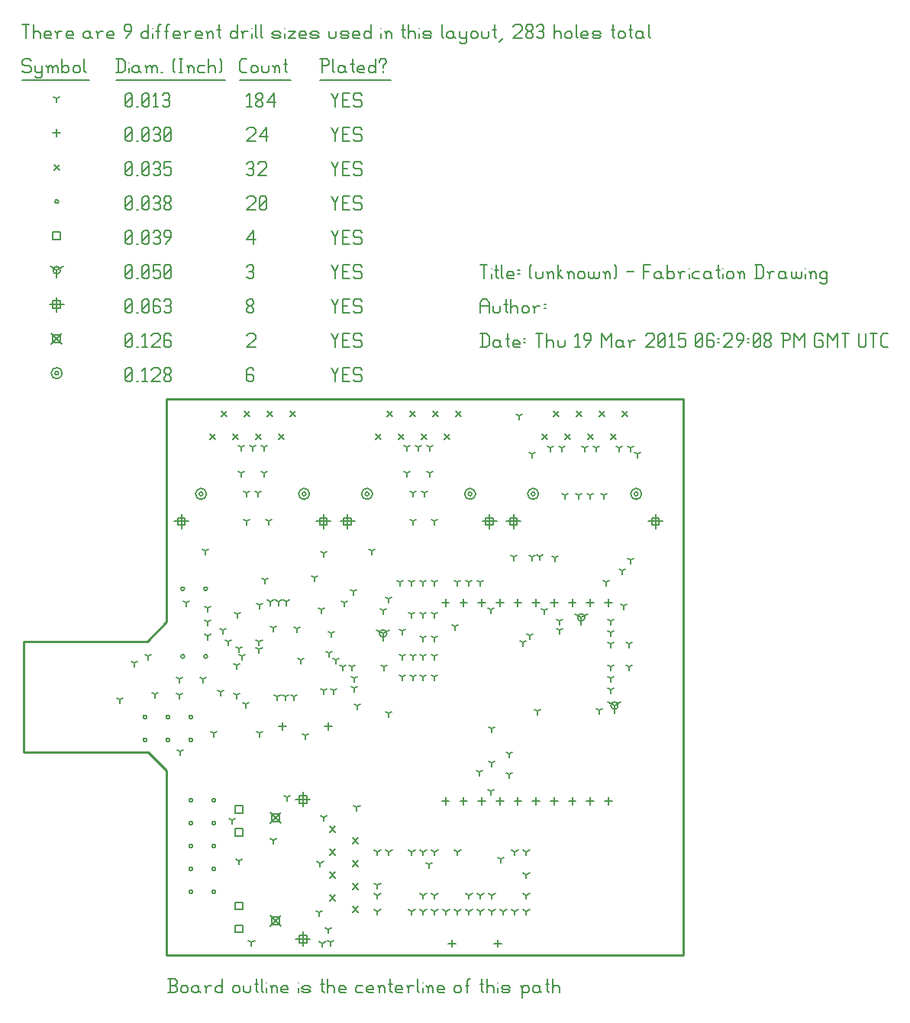
<source format=gbr>
G04 start of page 12 for group -3984 idx -3984 *
G04 Title: (unknown), fab *
G04 Creator: pcb 1.99z *
G04 CreationDate: Thu 19 Mar 2015 06:29:08 PM GMT UTC *
G04 For: commonadmin *
G04 Format: Gerber/RS-274X *
G04 PCB-Dimensions (mil): 3000.00 2500.00 *
G04 PCB-Coordinate-Origin: lower left *
%MOIN*%
%FSLAX25Y25*%
%LNFAB*%
%ADD150C,0.0100*%
%ADD149C,0.0075*%
%ADD148C,0.0060*%
%ADD147C,0.0080*%
G54D147*X77200Y208500D02*G75*G03X78800Y208500I800J0D01*G01*
G75*G03X77200Y208500I-800J0D01*G01*
X75600D02*G75*G03X80400Y208500I2400J0D01*G01*
G75*G03X75600Y208500I-2400J0D01*G01*
X122200D02*G75*G03X123800Y208500I800J0D01*G01*
G75*G03X122200Y208500I-800J0D01*G01*
X120600D02*G75*G03X125400Y208500I2400J0D01*G01*
G75*G03X120600Y208500I-2400J0D01*G01*
X149700D02*G75*G03X151300Y208500I800J0D01*G01*
G75*G03X149700Y208500I-800J0D01*G01*
X148100D02*G75*G03X152900Y208500I2400J0D01*G01*
G75*G03X148100Y208500I-2400J0D01*G01*
X194700D02*G75*G03X196300Y208500I800J0D01*G01*
G75*G03X194700Y208500I-800J0D01*G01*
X193100D02*G75*G03X197900Y208500I2400J0D01*G01*
G75*G03X193100Y208500I-2400J0D01*G01*
X222200D02*G75*G03X223800Y208500I800J0D01*G01*
G75*G03X222200Y208500I-800J0D01*G01*
X220600D02*G75*G03X225400Y208500I2400J0D01*G01*
G75*G03X220600Y208500I-2400J0D01*G01*
X267200D02*G75*G03X268800Y208500I800J0D01*G01*
G75*G03X267200Y208500I-800J0D01*G01*
X265600D02*G75*G03X270400Y208500I2400J0D01*G01*
G75*G03X265600Y208500I-2400J0D01*G01*
X14200Y261250D02*G75*G03X15800Y261250I800J0D01*G01*
G75*G03X14200Y261250I-800J0D01*G01*
X12600D02*G75*G03X17400Y261250I2400J0D01*G01*
G75*G03X12600Y261250I-2400J0D01*G01*
G54D148*X135000Y263500D02*X136500Y260500D01*
X138000Y263500D01*
X136500Y260500D02*Y257500D01*
X139800Y260800D02*X142050D01*
X139800Y257500D02*X142800D01*
X139800Y263500D02*Y257500D01*
Y263500D02*X142800D01*
X147600D02*X148350Y262750D01*
X145350Y263500D02*X147600D01*
X144600Y262750D02*X145350Y263500D01*
X144600Y262750D02*Y261250D01*
X145350Y260500D01*
X147600D01*
X148350Y259750D01*
Y258250D01*
X147600Y257500D02*X148350Y258250D01*
X145350Y257500D02*X147600D01*
X144600Y258250D02*X145350Y257500D01*
X100250Y263500D02*X101000Y262750D01*
X98750Y263500D02*X100250D01*
X98000Y262750D02*X98750Y263500D01*
X98000Y262750D02*Y258250D01*
X98750Y257500D01*
X100250Y260800D02*X101000Y260050D01*
X98000Y260800D02*X100250D01*
X98750Y257500D02*X100250D01*
X101000Y258250D01*
Y260050D02*Y258250D01*
X45000D02*X45750Y257500D01*
X45000Y262750D02*Y258250D01*
Y262750D02*X45750Y263500D01*
X47250D01*
X48000Y262750D01*
Y258250D01*
X47250Y257500D02*X48000Y258250D01*
X45750Y257500D02*X47250D01*
X45000Y259000D02*X48000Y262000D01*
X49800Y257500D02*X50550D01*
X52350Y262300D02*X53550Y263500D01*
Y257500D01*
X52350D02*X54600D01*
X56400Y262750D02*X57150Y263500D01*
X59400D01*
X60150Y262750D01*
Y261250D01*
X56400Y257500D02*X60150Y261250D01*
X56400Y257500D02*X60150D01*
X61950Y258250D02*X62700Y257500D01*
X61950Y259450D02*Y258250D01*
Y259450D02*X63000Y260500D01*
X63900D01*
X64950Y259450D01*
Y258250D01*
X64200Y257500D02*X64950Y258250D01*
X62700Y257500D02*X64200D01*
X61950Y261550D02*X63000Y260500D01*
X61950Y262750D02*Y261550D01*
Y262750D02*X62700Y263500D01*
X64200D01*
X64950Y262750D01*
Y261550D01*
X63900Y260500D02*X64950Y261550D01*
X108100Y69400D02*X112900Y64600D01*
X108100D02*X112900Y69400D01*
X108900Y68600D02*X112100D01*
X108900D02*Y65400D01*
X112100D01*
Y68600D02*Y65400D01*
X108100Y24400D02*X112900Y19600D01*
X108100D02*X112900Y24400D01*
X108900Y23600D02*X112100D01*
X108900D02*Y20400D01*
X112100D01*
Y23600D02*Y20400D01*
X12600Y278650D02*X17400Y273850D01*
X12600D02*X17400Y278650D01*
X13400Y277850D02*X16600D01*
X13400D02*Y274650D01*
X16600D01*
Y277850D02*Y274650D01*
X135000Y278500D02*X136500Y275500D01*
X138000Y278500D01*
X136500Y275500D02*Y272500D01*
X139800Y275800D02*X142050D01*
X139800Y272500D02*X142800D01*
X139800Y278500D02*Y272500D01*
Y278500D02*X142800D01*
X147600D02*X148350Y277750D01*
X145350Y278500D02*X147600D01*
X144600Y277750D02*X145350Y278500D01*
X144600Y277750D02*Y276250D01*
X145350Y275500D01*
X147600D01*
X148350Y274750D01*
Y273250D01*
X147600Y272500D02*X148350Y273250D01*
X145350Y272500D02*X147600D01*
X144600Y273250D02*X145350Y272500D01*
X98000Y277750D02*X98750Y278500D01*
X101000D01*
X101750Y277750D01*
Y276250D01*
X98000Y272500D02*X101750Y276250D01*
X98000Y272500D02*X101750D01*
X45000Y273250D02*X45750Y272500D01*
X45000Y277750D02*Y273250D01*
Y277750D02*X45750Y278500D01*
X47250D01*
X48000Y277750D01*
Y273250D01*
X47250Y272500D02*X48000Y273250D01*
X45750Y272500D02*X47250D01*
X45000Y274000D02*X48000Y277000D01*
X49800Y272500D02*X50550D01*
X52350Y277300D02*X53550Y278500D01*
Y272500D01*
X52350D02*X54600D01*
X56400Y277750D02*X57150Y278500D01*
X59400D01*
X60150Y277750D01*
Y276250D01*
X56400Y272500D02*X60150Y276250D01*
X56400Y272500D02*X60150D01*
X64200Y278500D02*X64950Y277750D01*
X62700Y278500D02*X64200D01*
X61950Y277750D02*X62700Y278500D01*
X61950Y277750D02*Y273250D01*
X62700Y272500D01*
X64200Y275800D02*X64950Y275050D01*
X61950Y275800D02*X64200D01*
X62700Y272500D02*X64200D01*
X64950Y273250D01*
Y275050D02*Y273250D01*
X122508Y78231D02*Y71831D01*
X119308Y75031D02*X125708D01*
X120908Y76631D02*X124108D01*
X120908D02*Y73431D01*
X124108D01*
Y76631D02*Y73431D01*
X122508Y17208D02*Y10808D01*
X119308Y14008D02*X125708D01*
X120908Y15608D02*X124108D01*
X120908D02*Y12408D01*
X124108D01*
Y15608D02*Y12408D01*
X69457Y199692D02*Y193292D01*
X66257Y196492D02*X72657D01*
X67857Y198092D02*X71057D01*
X67857D02*Y194892D01*
X71057D01*
Y198092D02*Y194892D01*
X131465Y199692D02*Y193292D01*
X128265Y196492D02*X134665D01*
X129865Y198092D02*X133065D01*
X129865D02*Y194892D01*
X133065D01*
Y198092D02*Y194892D01*
X141957Y199692D02*Y193292D01*
X138757Y196492D02*X145157D01*
X140357Y198092D02*X143557D01*
X140357D02*Y194892D01*
X143557D01*
Y198092D02*Y194892D01*
X203965Y199692D02*Y193292D01*
X200765Y196492D02*X207165D01*
X202365Y198092D02*X205565D01*
X202365D02*Y194892D01*
X205565D01*
Y198092D02*Y194892D01*
X214457Y199692D02*Y193292D01*
X211257Y196492D02*X217657D01*
X212857Y198092D02*X216057D01*
X212857D02*Y194892D01*
X216057D01*
Y198092D02*Y194892D01*
X276465Y199692D02*Y193292D01*
X273265Y196492D02*X279665D01*
X274865Y198092D02*X278065D01*
X274865D02*Y194892D01*
X278065D01*
Y198092D02*Y194892D01*
X15000Y294450D02*Y288050D01*
X11800Y291250D02*X18200D01*
X13400Y292850D02*X16600D01*
X13400D02*Y289650D01*
X16600D01*
Y292850D02*Y289650D01*
X135000Y293500D02*X136500Y290500D01*
X138000Y293500D01*
X136500Y290500D02*Y287500D01*
X139800Y290800D02*X142050D01*
X139800Y287500D02*X142800D01*
X139800Y293500D02*Y287500D01*
Y293500D02*X142800D01*
X147600D02*X148350Y292750D01*
X145350Y293500D02*X147600D01*
X144600Y292750D02*X145350Y293500D01*
X144600Y292750D02*Y291250D01*
X145350Y290500D01*
X147600D01*
X148350Y289750D01*
Y288250D01*
X147600Y287500D02*X148350Y288250D01*
X145350Y287500D02*X147600D01*
X144600Y288250D02*X145350Y287500D01*
X98000Y288250D02*X98750Y287500D01*
X98000Y289450D02*Y288250D01*
Y289450D02*X99050Y290500D01*
X99950D01*
X101000Y289450D01*
Y288250D01*
X100250Y287500D02*X101000Y288250D01*
X98750Y287500D02*X100250D01*
X98000Y291550D02*X99050Y290500D01*
X98000Y292750D02*Y291550D01*
Y292750D02*X98750Y293500D01*
X100250D01*
X101000Y292750D01*
Y291550D01*
X99950Y290500D02*X101000Y291550D01*
X45000Y288250D02*X45750Y287500D01*
X45000Y292750D02*Y288250D01*
Y292750D02*X45750Y293500D01*
X47250D01*
X48000Y292750D01*
Y288250D01*
X47250Y287500D02*X48000Y288250D01*
X45750Y287500D02*X47250D01*
X45000Y289000D02*X48000Y292000D01*
X49800Y287500D02*X50550D01*
X52350Y288250D02*X53100Y287500D01*
X52350Y292750D02*Y288250D01*
Y292750D02*X53100Y293500D01*
X54600D01*
X55350Y292750D01*
Y288250D01*
X54600Y287500D02*X55350Y288250D01*
X53100Y287500D02*X54600D01*
X52350Y289000D02*X55350Y292000D01*
X59400Y293500D02*X60150Y292750D01*
X57900Y293500D02*X59400D01*
X57150Y292750D02*X57900Y293500D01*
X57150Y292750D02*Y288250D01*
X57900Y287500D01*
X59400Y290800D02*X60150Y290050D01*
X57150Y290800D02*X59400D01*
X57900Y287500D02*X59400D01*
X60150Y288250D01*
Y290050D02*Y288250D01*
X61950Y292750D02*X62700Y293500D01*
X64200D01*
X64950Y292750D01*
X64200Y287500D02*X64950Y288250D01*
X62700Y287500D02*X64200D01*
X61950Y288250D02*X62700Y287500D01*
Y290800D02*X64200D01*
X64950Y292750D02*Y291550D01*
Y290050D02*Y288250D01*
Y290050D02*X64200Y290800D01*
X64950Y291550D02*X64200Y290800D01*
X258500Y116000D02*Y112800D01*
Y116000D02*X261273Y117600D01*
X258500Y116000D02*X255727Y117600D01*
X256900Y116000D02*G75*G03X260100Y116000I1600J0D01*G01*
G75*G03X256900Y116000I-1600J0D01*G01*
X157500Y147500D02*Y144300D01*
Y147500D02*X160273Y149100D01*
X157500Y147500D02*X154727Y149100D01*
X155900Y147500D02*G75*G03X159100Y147500I1600J0D01*G01*
G75*G03X155900Y147500I-1600J0D01*G01*
X244000Y154500D02*Y151300D01*
Y154500D02*X246773Y156100D01*
X244000Y154500D02*X241227Y156100D01*
X242400Y154500D02*G75*G03X245600Y154500I1600J0D01*G01*
G75*G03X242400Y154500I-1600J0D01*G01*
X15000Y306250D02*Y303050D01*
Y306250D02*X17773Y307850D01*
X15000Y306250D02*X12227Y307850D01*
X13400Y306250D02*G75*G03X16600Y306250I1600J0D01*G01*
G75*G03X13400Y306250I-1600J0D01*G01*
X135000Y308500D02*X136500Y305500D01*
X138000Y308500D01*
X136500Y305500D02*Y302500D01*
X139800Y305800D02*X142050D01*
X139800Y302500D02*X142800D01*
X139800Y308500D02*Y302500D01*
Y308500D02*X142800D01*
X147600D02*X148350Y307750D01*
X145350Y308500D02*X147600D01*
X144600Y307750D02*X145350Y308500D01*
X144600Y307750D02*Y306250D01*
X145350Y305500D01*
X147600D01*
X148350Y304750D01*
Y303250D01*
X147600Y302500D02*X148350Y303250D01*
X145350Y302500D02*X147600D01*
X144600Y303250D02*X145350Y302500D01*
X98000Y307750D02*X98750Y308500D01*
X100250D01*
X101000Y307750D01*
X100250Y302500D02*X101000Y303250D01*
X98750Y302500D02*X100250D01*
X98000Y303250D02*X98750Y302500D01*
Y305800D02*X100250D01*
X101000Y307750D02*Y306550D01*
Y305050D02*Y303250D01*
Y305050D02*X100250Y305800D01*
X101000Y306550D02*X100250Y305800D01*
X45000Y303250D02*X45750Y302500D01*
X45000Y307750D02*Y303250D01*
Y307750D02*X45750Y308500D01*
X47250D01*
X48000Y307750D01*
Y303250D01*
X47250Y302500D02*X48000Y303250D01*
X45750Y302500D02*X47250D01*
X45000Y304000D02*X48000Y307000D01*
X49800Y302500D02*X50550D01*
X52350Y303250D02*X53100Y302500D01*
X52350Y307750D02*Y303250D01*
Y307750D02*X53100Y308500D01*
X54600D01*
X55350Y307750D01*
Y303250D01*
X54600Y302500D02*X55350Y303250D01*
X53100Y302500D02*X54600D01*
X52350Y304000D02*X55350Y307000D01*
X57150Y308500D02*X60150D01*
X57150D02*Y305500D01*
X57900Y306250D01*
X59400D01*
X60150Y305500D01*
Y303250D01*
X59400Y302500D02*X60150Y303250D01*
X57900Y302500D02*X59400D01*
X57150Y303250D02*X57900Y302500D01*
X61950Y303250D02*X62700Y302500D01*
X61950Y307750D02*Y303250D01*
Y307750D02*X62700Y308500D01*
X64200D01*
X64950Y307750D01*
Y303250D01*
X64200Y302500D02*X64950Y303250D01*
X62700Y302500D02*X64200D01*
X61950Y304000D02*X64950Y307000D01*
X92916Y72222D02*X96116D01*
X92916D02*Y69022D01*
X96116D01*
Y72222D02*Y69022D01*
X92916Y20017D02*X96116D01*
X92916D02*Y16817D01*
X96116D01*
Y20017D02*Y16817D01*
X92916Y62222D02*X96116D01*
X92916D02*Y59022D01*
X96116D01*
Y62222D02*Y59022D01*
X92916Y30017D02*X96116D01*
X92916D02*Y26817D01*
X96116D01*
Y30017D02*Y26817D01*
X13400Y322850D02*X16600D01*
X13400D02*Y319650D01*
X16600D01*
Y322850D02*Y319650D01*
X135000Y323500D02*X136500Y320500D01*
X138000Y323500D01*
X136500Y320500D02*Y317500D01*
X139800Y320800D02*X142050D01*
X139800Y317500D02*X142800D01*
X139800Y323500D02*Y317500D01*
Y323500D02*X142800D01*
X147600D02*X148350Y322750D01*
X145350Y323500D02*X147600D01*
X144600Y322750D02*X145350Y323500D01*
X144600Y322750D02*Y321250D01*
X145350Y320500D01*
X147600D01*
X148350Y319750D01*
Y318250D01*
X147600Y317500D02*X148350Y318250D01*
X145350Y317500D02*X147600D01*
X144600Y318250D02*X145350Y317500D01*
X98000Y319750D02*X101000Y323500D01*
X98000Y319750D02*X101750D01*
X101000Y323500D02*Y317500D01*
X45000Y318250D02*X45750Y317500D01*
X45000Y322750D02*Y318250D01*
Y322750D02*X45750Y323500D01*
X47250D01*
X48000Y322750D01*
Y318250D01*
X47250Y317500D02*X48000Y318250D01*
X45750Y317500D02*X47250D01*
X45000Y319000D02*X48000Y322000D01*
X49800Y317500D02*X50550D01*
X52350Y318250D02*X53100Y317500D01*
X52350Y322750D02*Y318250D01*
Y322750D02*X53100Y323500D01*
X54600D01*
X55350Y322750D01*
Y318250D01*
X54600Y317500D02*X55350Y318250D01*
X53100Y317500D02*X54600D01*
X52350Y319000D02*X55350Y322000D01*
X57150Y322750D02*X57900Y323500D01*
X59400D01*
X60150Y322750D01*
X59400Y317500D02*X60150Y318250D01*
X57900Y317500D02*X59400D01*
X57150Y318250D02*X57900Y317500D01*
Y320800D02*X59400D01*
X60150Y322750D02*Y321550D01*
Y320050D02*Y318250D01*
Y320050D02*X59400Y320800D01*
X60150Y321550D02*X59400Y320800D01*
X62700Y317500D02*X64950Y320500D01*
Y322750D02*Y320500D01*
X64200Y323500D02*X64950Y322750D01*
X62700Y323500D02*X64200D01*
X61950Y322750D02*X62700Y323500D01*
X61950Y322750D02*Y321250D01*
X62700Y320500D01*
X64950D01*
X69200Y137500D02*G75*G03X70800Y137500I800J0D01*G01*
G75*G03X69200Y137500I-800J0D01*G01*
X79200D02*G75*G03X80800Y137500I800J0D01*G01*
G75*G03X79200Y137500I-800J0D01*G01*
X69200Y167000D02*G75*G03X70800Y167000I800J0D01*G01*
G75*G03X69200Y167000I-800J0D01*G01*
X79200D02*G75*G03X80800Y167000I800J0D01*G01*
G75*G03X79200Y167000I-800J0D01*G01*
X72700Y111000D02*G75*G03X74300Y111000I800J0D01*G01*
G75*G03X72700Y111000I-800J0D01*G01*
Y101000D02*G75*G03X74300Y101000I800J0D01*G01*
G75*G03X72700Y101000I-800J0D01*G01*
X62700Y111000D02*G75*G03X64300Y111000I800J0D01*G01*
G75*G03X62700Y111000I-800J0D01*G01*
Y101000D02*G75*G03X64300Y101000I800J0D01*G01*
G75*G03X62700Y101000I-800J0D01*G01*
X52700Y111000D02*G75*G03X54300Y111000I800J0D01*G01*
G75*G03X52700Y111000I-800J0D01*G01*
Y101000D02*G75*G03X54300Y101000I800J0D01*G01*
G75*G03X52700Y101000I-800J0D01*G01*
X72716Y74622D02*G75*G03X74316Y74622I800J0D01*G01*
G75*G03X72716Y74622I-800J0D01*G01*
Y64622D02*G75*G03X74316Y64622I800J0D01*G01*
G75*G03X72716Y64622I-800J0D01*G01*
Y54622D02*G75*G03X74316Y54622I800J0D01*G01*
G75*G03X72716Y54622I-800J0D01*G01*
Y44622D02*G75*G03X74316Y44622I800J0D01*G01*
G75*G03X72716Y44622I-800J0D01*G01*
Y34622D02*G75*G03X74316Y34622I800J0D01*G01*
G75*G03X72716Y34622I-800J0D01*G01*
X82716D02*G75*G03X84316Y34622I800J0D01*G01*
G75*G03X82716Y34622I-800J0D01*G01*
Y44622D02*G75*G03X84316Y44622I800J0D01*G01*
G75*G03X82716Y44622I-800J0D01*G01*
Y54622D02*G75*G03X84316Y54622I800J0D01*G01*
G75*G03X82716Y54622I-800J0D01*G01*
Y64622D02*G75*G03X84316Y64622I800J0D01*G01*
G75*G03X82716Y64622I-800J0D01*G01*
Y74622D02*G75*G03X84316Y74622I800J0D01*G01*
G75*G03X82716Y74622I-800J0D01*G01*
X14200Y336250D02*G75*G03X15800Y336250I800J0D01*G01*
G75*G03X14200Y336250I-800J0D01*G01*
X135000Y338500D02*X136500Y335500D01*
X138000Y338500D01*
X136500Y335500D02*Y332500D01*
X139800Y335800D02*X142050D01*
X139800Y332500D02*X142800D01*
X139800Y338500D02*Y332500D01*
Y338500D02*X142800D01*
X147600D02*X148350Y337750D01*
X145350Y338500D02*X147600D01*
X144600Y337750D02*X145350Y338500D01*
X144600Y337750D02*Y336250D01*
X145350Y335500D01*
X147600D01*
X148350Y334750D01*
Y333250D01*
X147600Y332500D02*X148350Y333250D01*
X145350Y332500D02*X147600D01*
X144600Y333250D02*X145350Y332500D01*
X98000Y337750D02*X98750Y338500D01*
X101000D01*
X101750Y337750D01*
Y336250D01*
X98000Y332500D02*X101750Y336250D01*
X98000Y332500D02*X101750D01*
X103550Y333250D02*X104300Y332500D01*
X103550Y337750D02*Y333250D01*
Y337750D02*X104300Y338500D01*
X105800D01*
X106550Y337750D01*
Y333250D01*
X105800Y332500D02*X106550Y333250D01*
X104300Y332500D02*X105800D01*
X103550Y334000D02*X106550Y337000D01*
X45000Y333250D02*X45750Y332500D01*
X45000Y337750D02*Y333250D01*
Y337750D02*X45750Y338500D01*
X47250D01*
X48000Y337750D01*
Y333250D01*
X47250Y332500D02*X48000Y333250D01*
X45750Y332500D02*X47250D01*
X45000Y334000D02*X48000Y337000D01*
X49800Y332500D02*X50550D01*
X52350Y333250D02*X53100Y332500D01*
X52350Y337750D02*Y333250D01*
Y337750D02*X53100Y338500D01*
X54600D01*
X55350Y337750D01*
Y333250D01*
X54600Y332500D02*X55350Y333250D01*
X53100Y332500D02*X54600D01*
X52350Y334000D02*X55350Y337000D01*
X57150Y337750D02*X57900Y338500D01*
X59400D01*
X60150Y337750D01*
X59400Y332500D02*X60150Y333250D01*
X57900Y332500D02*X59400D01*
X57150Y333250D02*X57900Y332500D01*
Y335800D02*X59400D01*
X60150Y337750D02*Y336550D01*
Y335050D02*Y333250D01*
Y335050D02*X59400Y335800D01*
X60150Y336550D02*X59400Y335800D01*
X61950Y333250D02*X62700Y332500D01*
X61950Y334450D02*Y333250D01*
Y334450D02*X63000Y335500D01*
X63900D01*
X64950Y334450D01*
Y333250D01*
X64200Y332500D02*X64950Y333250D01*
X62700Y332500D02*X64200D01*
X61950Y336550D02*X63000Y335500D01*
X61950Y337750D02*Y336550D01*
Y337750D02*X62700Y338500D01*
X64200D01*
X64950Y337750D01*
Y336550D01*
X63900Y335500D02*X64950Y336550D01*
X144300Y58200D02*X146700Y55800D01*
X144300D02*X146700Y58200D01*
X144300Y48200D02*X146700Y45800D01*
X144300D02*X146700Y48200D01*
X144300Y38200D02*X146700Y35800D01*
X144300D02*X146700Y38200D01*
X144300Y28200D02*X146700Y25800D01*
X144300D02*X146700Y28200D01*
X134300Y63200D02*X136700Y60800D01*
X134300D02*X136700Y63200D01*
X134300Y53200D02*X136700Y50800D01*
X134300D02*X136700Y53200D01*
X134300Y43200D02*X136700Y40800D01*
X134300D02*X136700Y43200D01*
X134300Y33200D02*X136700Y30800D01*
X134300D02*X136700Y33200D01*
X86800Y244700D02*X89200Y242300D01*
X86800D02*X89200Y244700D01*
X96800D02*X99200Y242300D01*
X96800D02*X99200Y244700D01*
X106800D02*X109200Y242300D01*
X106800D02*X109200Y244700D01*
X116800D02*X119200Y242300D01*
X116800D02*X119200Y244700D01*
X81800Y234700D02*X84200Y232300D01*
X81800D02*X84200Y234700D01*
X91800D02*X94200Y232300D01*
X91800D02*X94200Y234700D01*
X101800D02*X104200Y232300D01*
X101800D02*X104200Y234700D01*
X111800D02*X114200Y232300D01*
X111800D02*X114200Y234700D01*
X159300Y244700D02*X161700Y242300D01*
X159300D02*X161700Y244700D01*
X169300D02*X171700Y242300D01*
X169300D02*X171700Y244700D01*
X179300D02*X181700Y242300D01*
X179300D02*X181700Y244700D01*
X189300D02*X191700Y242300D01*
X189300D02*X191700Y244700D01*
X154300Y234700D02*X156700Y232300D01*
X154300D02*X156700Y234700D01*
X164300D02*X166700Y232300D01*
X164300D02*X166700Y234700D01*
X174300D02*X176700Y232300D01*
X174300D02*X176700Y234700D01*
X184300D02*X186700Y232300D01*
X184300D02*X186700Y234700D01*
X231800Y244700D02*X234200Y242300D01*
X231800D02*X234200Y244700D01*
X241800D02*X244200Y242300D01*
X241800D02*X244200Y244700D01*
X251800D02*X254200Y242300D01*
X251800D02*X254200Y244700D01*
X261800D02*X264200Y242300D01*
X261800D02*X264200Y244700D01*
X226800Y234700D02*X229200Y232300D01*
X226800D02*X229200Y234700D01*
X236800D02*X239200Y232300D01*
X236800D02*X239200Y234700D01*
X246800D02*X249200Y232300D01*
X246800D02*X249200Y234700D01*
X256800D02*X259200Y232300D01*
X256800D02*X259200Y234700D01*
X13800Y352450D02*X16200Y350050D01*
X13800D02*X16200Y352450D01*
X135000Y353500D02*X136500Y350500D01*
X138000Y353500D01*
X136500Y350500D02*Y347500D01*
X139800Y350800D02*X142050D01*
X139800Y347500D02*X142800D01*
X139800Y353500D02*Y347500D01*
Y353500D02*X142800D01*
X147600D02*X148350Y352750D01*
X145350Y353500D02*X147600D01*
X144600Y352750D02*X145350Y353500D01*
X144600Y352750D02*Y351250D01*
X145350Y350500D01*
X147600D01*
X148350Y349750D01*
Y348250D01*
X147600Y347500D02*X148350Y348250D01*
X145350Y347500D02*X147600D01*
X144600Y348250D02*X145350Y347500D01*
X98000Y352750D02*X98750Y353500D01*
X100250D01*
X101000Y352750D01*
X100250Y347500D02*X101000Y348250D01*
X98750Y347500D02*X100250D01*
X98000Y348250D02*X98750Y347500D01*
Y350800D02*X100250D01*
X101000Y352750D02*Y351550D01*
Y350050D02*Y348250D01*
Y350050D02*X100250Y350800D01*
X101000Y351550D02*X100250Y350800D01*
X102800Y352750D02*X103550Y353500D01*
X105800D01*
X106550Y352750D01*
Y351250D01*
X102800Y347500D02*X106550Y351250D01*
X102800Y347500D02*X106550D01*
X45000Y348250D02*X45750Y347500D01*
X45000Y352750D02*Y348250D01*
Y352750D02*X45750Y353500D01*
X47250D01*
X48000Y352750D01*
Y348250D01*
X47250Y347500D02*X48000Y348250D01*
X45750Y347500D02*X47250D01*
X45000Y349000D02*X48000Y352000D01*
X49800Y347500D02*X50550D01*
X52350Y348250D02*X53100Y347500D01*
X52350Y352750D02*Y348250D01*
Y352750D02*X53100Y353500D01*
X54600D01*
X55350Y352750D01*
Y348250D01*
X54600Y347500D02*X55350Y348250D01*
X53100Y347500D02*X54600D01*
X52350Y349000D02*X55350Y352000D01*
X57150Y352750D02*X57900Y353500D01*
X59400D01*
X60150Y352750D01*
X59400Y347500D02*X60150Y348250D01*
X57900Y347500D02*X59400D01*
X57150Y348250D02*X57900Y347500D01*
Y350800D02*X59400D01*
X60150Y352750D02*Y351550D01*
Y350050D02*Y348250D01*
Y350050D02*X59400Y350800D01*
X60150Y351550D02*X59400Y350800D01*
X61950Y353500D02*X64950D01*
X61950D02*Y350500D01*
X62700Y351250D01*
X64200D01*
X64950Y350500D01*
Y348250D01*
X64200Y347500D02*X64950Y348250D01*
X62700Y347500D02*X64200D01*
X61950Y348250D02*X62700Y347500D01*
X113500Y108600D02*Y105400D01*
X111900Y107000D02*X115100D01*
X133500Y108600D02*Y105400D01*
X131900Y107000D02*X135100D01*
X255900Y162600D02*Y159400D01*
X254300Y161000D02*X257500D01*
X255900Y76000D02*Y72800D01*
X254300Y74400D02*X257500D01*
X248000Y162600D02*Y159400D01*
X246400Y161000D02*X249600D01*
X248000Y76000D02*Y72800D01*
X246400Y74400D02*X249600D01*
X240100Y162600D02*Y159400D01*
X238500Y161000D02*X241700D01*
X240100Y76000D02*Y72800D01*
X238500Y74400D02*X241700D01*
X232200Y162600D02*Y159400D01*
X230600Y161000D02*X233800D01*
X232200Y76000D02*Y72800D01*
X230600Y74400D02*X233800D01*
X224300Y162600D02*Y159400D01*
X222700Y161000D02*X225900D01*
X224300Y76000D02*Y72800D01*
X222700Y74400D02*X225900D01*
X216400Y162600D02*Y159400D01*
X214800Y161000D02*X218000D01*
X216400Y76000D02*Y72800D01*
X214800Y74400D02*X218000D01*
X208500Y162600D02*Y159400D01*
X206900Y161000D02*X210100D01*
X208500Y76000D02*Y72800D01*
X206900Y74400D02*X210100D01*
X200600Y162600D02*Y159400D01*
X199000Y161000D02*X202200D01*
X200600Y76000D02*Y72800D01*
X199000Y74400D02*X202200D01*
X192700Y162600D02*Y159400D01*
X191100Y161000D02*X194300D01*
X192700Y76000D02*Y72800D01*
X191100Y74400D02*X194300D01*
X184800Y162600D02*Y159400D01*
X183200Y161000D02*X186400D01*
X184800Y76000D02*Y72800D01*
X183200Y74400D02*X186400D01*
X187516Y13722D02*Y10522D01*
X185916Y12122D02*X189116D01*
X207516Y13722D02*Y10522D01*
X205916Y12122D02*X209116D01*
X15000Y367850D02*Y364650D01*
X13400Y366250D02*X16600D01*
X135000Y368500D02*X136500Y365500D01*
X138000Y368500D01*
X136500Y365500D02*Y362500D01*
X139800Y365800D02*X142050D01*
X139800Y362500D02*X142800D01*
X139800Y368500D02*Y362500D01*
Y368500D02*X142800D01*
X147600D02*X148350Y367750D01*
X145350Y368500D02*X147600D01*
X144600Y367750D02*X145350Y368500D01*
X144600Y367750D02*Y366250D01*
X145350Y365500D01*
X147600D01*
X148350Y364750D01*
Y363250D01*
X147600Y362500D02*X148350Y363250D01*
X145350Y362500D02*X147600D01*
X144600Y363250D02*X145350Y362500D01*
X98000Y367750D02*X98750Y368500D01*
X101000D01*
X101750Y367750D01*
Y366250D01*
X98000Y362500D02*X101750Y366250D01*
X98000Y362500D02*X101750D01*
X103550Y364750D02*X106550Y368500D01*
X103550Y364750D02*X107300D01*
X106550Y368500D02*Y362500D01*
X45000Y363250D02*X45750Y362500D01*
X45000Y367750D02*Y363250D01*
Y367750D02*X45750Y368500D01*
X47250D01*
X48000Y367750D01*
Y363250D01*
X47250Y362500D02*X48000Y363250D01*
X45750Y362500D02*X47250D01*
X45000Y364000D02*X48000Y367000D01*
X49800Y362500D02*X50550D01*
X52350Y363250D02*X53100Y362500D01*
X52350Y367750D02*Y363250D01*
Y367750D02*X53100Y368500D01*
X54600D01*
X55350Y367750D01*
Y363250D01*
X54600Y362500D02*X55350Y363250D01*
X53100Y362500D02*X54600D01*
X52350Y364000D02*X55350Y367000D01*
X57150Y367750D02*X57900Y368500D01*
X59400D01*
X60150Y367750D01*
X59400Y362500D02*X60150Y363250D01*
X57900Y362500D02*X59400D01*
X57150Y363250D02*X57900Y362500D01*
Y365800D02*X59400D01*
X60150Y367750D02*Y366550D01*
Y365050D02*Y363250D01*
Y365050D02*X59400Y365800D01*
X60150Y366550D02*X59400Y365800D01*
X61950Y363250D02*X62700Y362500D01*
X61950Y367750D02*Y363250D01*
Y367750D02*X62700Y368500D01*
X64200D01*
X64950Y367750D01*
Y363250D01*
X64200Y362500D02*X64950Y363250D01*
X62700Y362500D02*X64200D01*
X61950Y364000D02*X64950Y367000D01*
X68500Y127500D02*Y125900D01*
Y127500D02*X69887Y128300D01*
X68500Y127500D02*X67113Y128300D01*
X68500Y120500D02*Y118900D01*
Y120500D02*X69887Y121300D01*
X68500Y120500D02*X67113Y121300D01*
X111752Y161400D02*Y159800D01*
Y161400D02*X113139Y162200D01*
X111752Y161400D02*X110365Y162200D01*
X115152Y161400D02*Y159800D01*
Y161400D02*X116539Y162200D01*
X115152Y161400D02*X113765Y162200D01*
X108352Y161400D02*Y159800D01*
Y161400D02*X109739Y162200D01*
X108352Y161400D02*X106965Y162200D01*
X103352Y144000D02*Y142400D01*
Y144000D02*X104739Y144800D01*
X103352Y144000D02*X101965Y144800D01*
X103352Y140500D02*Y138900D01*
Y140500D02*X104739Y141300D01*
X103352Y140500D02*X101965Y141300D01*
X111352Y120000D02*Y118400D01*
Y120000D02*X112739Y120800D01*
X111352Y120000D02*X109965Y120800D01*
X114852Y120000D02*Y118400D01*
Y120000D02*X116239Y120800D01*
X114852Y120000D02*X113465Y120800D01*
X144852Y128000D02*Y126400D01*
Y128000D02*X146239Y128800D01*
X144852Y128000D02*X143465Y128800D01*
X49000Y134500D02*Y132900D01*
Y134500D02*X50387Y135300D01*
X49000Y134500D02*X47613Y135300D01*
X55000Y137500D02*Y135900D01*
Y137500D02*X56387Y138300D01*
X55000Y137500D02*X53613Y138300D01*
X87500Y149000D02*Y147400D01*
Y149000D02*X88887Y149800D01*
X87500Y149000D02*X86113Y149800D01*
X79000Y127500D02*Y125900D01*
Y127500D02*X80387Y128300D01*
X79000Y127500D02*X77613Y128300D01*
X103500Y160000D02*Y158400D01*
Y160000D02*X104887Y160800D01*
X103500Y160000D02*X102113Y160800D01*
X118500Y120000D02*Y118400D01*
Y120000D02*X119887Y120800D01*
X118500Y120000D02*X117113Y120800D01*
X145000Y123500D02*Y121900D01*
Y123500D02*X146387Y124300D01*
X145000Y123500D02*X143613Y124300D01*
X140500Y161000D02*Y159400D01*
Y161000D02*X141887Y161800D01*
X140500Y161000D02*X139113Y161800D01*
X106000Y171000D02*Y169400D01*
Y171000D02*X107387Y171800D01*
X106000Y171000D02*X104613Y171800D01*
X123500Y103000D02*Y101400D01*
Y103000D02*X124887Y103800D01*
X123500Y103000D02*X122113Y103800D01*
X96000Y137500D02*Y135900D01*
Y137500D02*X97387Y138300D01*
X96000Y137500D02*X94613Y138300D01*
X90000Y144000D02*Y142400D01*
Y144000D02*X91387Y144800D01*
X90000Y144000D02*X88613Y144800D01*
X120000Y149500D02*Y147900D01*
Y149500D02*X121387Y150300D01*
X120000Y149500D02*X118613Y150300D01*
X109500Y150000D02*Y148400D01*
Y150000D02*X110887Y150800D01*
X109500Y150000D02*X108113Y150800D01*
X58000Y121000D02*Y119400D01*
Y121000D02*X59387Y121800D01*
X58000Y121000D02*X56613Y121800D01*
X42500Y118500D02*Y116900D01*
Y118500D02*X43887Y119300D01*
X42500Y118500D02*X41113Y119300D01*
X86500Y122000D02*Y120400D01*
Y122000D02*X87887Y122800D01*
X86500Y122000D02*X85113Y122800D01*
X97500Y116500D02*Y114900D01*
Y116500D02*X98887Y117300D01*
X97500Y116500D02*X96113Y117300D01*
X121500Y136000D02*Y134400D01*
Y136000D02*X122887Y136800D01*
X121500Y136000D02*X120113Y136800D01*
X135000Y147500D02*Y145900D01*
Y147500D02*X136387Y148300D01*
X135000Y147500D02*X133613Y148300D01*
X205000Y106000D02*Y104400D01*
Y106000D02*X206387Y106800D01*
X205000Y106000D02*X203613Y106800D01*
X218500Y143500D02*Y141900D01*
Y143500D02*X219887Y144300D01*
X218500Y143500D02*X217113Y144300D01*
X221500Y146500D02*Y144900D01*
Y146500D02*X222887Y147300D01*
X221500Y146500D02*X220113Y147300D01*
X234500Y153000D02*Y151400D01*
Y153000D02*X235887Y153800D01*
X234500Y153000D02*X233113Y153800D01*
X234500Y149000D02*Y147400D01*
Y149000D02*X235887Y149800D01*
X234500Y149000D02*X233113Y149800D01*
X228000Y157500D02*Y155900D01*
Y157500D02*X229387Y158300D01*
X228000Y157500D02*X226613Y158300D01*
X175000Y128500D02*Y126900D01*
Y128500D02*X176387Y129300D01*
X175000Y128500D02*X173613Y129300D01*
X180000Y128500D02*Y126900D01*
Y128500D02*X181387Y129300D01*
X180000Y128500D02*X178613Y129300D01*
X175000Y137500D02*Y135900D01*
Y137500D02*X176387Y138300D01*
X175000Y137500D02*X173613Y138300D01*
X180000Y137500D02*Y135900D01*
Y137500D02*X181387Y138300D01*
X180000Y137500D02*X178613Y138300D01*
X158000Y133000D02*Y131400D01*
Y133000D02*X159387Y133800D01*
X158000Y133000D02*X156613Y133800D01*
X255000Y170000D02*Y168400D01*
Y170000D02*X256387Y170800D01*
X255000Y170000D02*X253613Y170800D01*
X189000Y150500D02*Y148900D01*
Y150500D02*X190387Y151300D01*
X189000Y150500D02*X187613Y151300D01*
X160000Y112500D02*Y110900D01*
Y112500D02*X161387Y113300D01*
X160000Y112500D02*X158613Y113300D01*
X160000Y162500D02*Y160900D01*
Y162500D02*X161387Y163300D01*
X160000Y162500D02*X158613Y163300D01*
X252000Y114000D02*Y112400D01*
Y114000D02*X253387Y114800D01*
X252000Y114000D02*X250613Y114800D01*
X225000Y113500D02*Y111900D01*
Y113500D02*X226387Y114300D01*
X225000Y113500D02*X223613Y114300D01*
X204500Y158000D02*Y156400D01*
Y158000D02*X205887Y158800D01*
X204500Y158000D02*X203113Y158800D01*
X200000Y170000D02*Y168400D01*
Y170000D02*X201387Y170800D01*
X200000Y170000D02*X198613Y170800D01*
X265000Y143000D02*Y141400D01*
Y143000D02*X266387Y143800D01*
X265000Y143000D02*X263613Y143800D01*
X265000Y133000D02*Y131400D01*
Y133000D02*X266387Y133800D01*
X265000Y133000D02*X263613Y133800D01*
X257000Y133000D02*Y131400D01*
Y133000D02*X258387Y133800D01*
X257000Y133000D02*X255613Y133800D01*
X257000Y143000D02*Y141400D01*
Y143000D02*X258387Y143800D01*
X257000Y143000D02*X255613Y143800D01*
X257000Y153000D02*Y151400D01*
Y153000D02*X258387Y153800D01*
X257000Y153000D02*X255613Y153800D01*
X257000Y123000D02*Y121400D01*
Y123000D02*X258387Y123800D01*
X257000Y123000D02*X255613Y123800D01*
X257000Y128000D02*Y126400D01*
Y128000D02*X258387Y128800D01*
X257000Y128000D02*X255613Y128800D01*
X257000Y148000D02*Y146400D01*
Y148000D02*X258387Y148800D01*
X257000Y148000D02*X255613Y148800D01*
X205000Y91000D02*Y89400D01*
Y91000D02*X206387Y91800D01*
X205000Y91000D02*X203613Y91800D01*
X199500Y87000D02*Y85400D01*
Y87000D02*X200887Y87800D01*
X199500Y87000D02*X198113Y87800D01*
X190000Y170000D02*Y168400D01*
Y170000D02*X191387Y170800D01*
X190000Y170000D02*X188613Y170800D01*
X195000Y170000D02*Y168400D01*
Y170000D02*X196387Y170800D01*
X195000Y170000D02*X193613Y170800D01*
X180000Y145500D02*Y143900D01*
Y145500D02*X181387Y146300D01*
X180000Y145500D02*X178613Y146300D01*
X175000Y145500D02*Y143900D01*
Y145500D02*X176387Y146300D01*
X175000Y145500D02*X173613Y146300D01*
X175000Y156000D02*Y154400D01*
Y156000D02*X176387Y156800D01*
X175000Y156000D02*X173613Y156800D01*
X180000Y156000D02*Y154400D01*
Y156000D02*X181387Y156800D01*
X180000Y156000D02*X178613Y156800D01*
X109516Y57122D02*Y55522D01*
Y57122D02*X110902Y57922D01*
X109516Y57122D02*X108129Y57922D01*
X130016Y47122D02*Y45522D01*
Y47122D02*X131402Y47922D01*
X130016Y47122D02*X128629Y47922D01*
X190016Y52122D02*Y50522D01*
Y52122D02*X191402Y52922D01*
X190016Y52122D02*X188629Y52922D01*
X131516Y67122D02*Y65522D01*
Y67122D02*X132902Y67922D01*
X131516Y67122D02*X130129Y67922D01*
X100016Y12622D02*Y11022D01*
Y12622D02*X101402Y13422D01*
X100016Y12622D02*X98629Y13422D01*
X94516Y48122D02*Y46522D01*
Y48122D02*X95902Y48922D01*
X94516Y48122D02*X93129Y48922D01*
X129516Y25622D02*Y24022D01*
Y25622D02*X130902Y26422D01*
X129516Y25622D02*X128129Y26422D01*
X134516Y12622D02*Y11022D01*
Y12622D02*X135902Y13422D01*
X134516Y12622D02*X133129Y13422D01*
X131016Y12122D02*Y10522D01*
Y12122D02*X132402Y12922D01*
X131016Y12122D02*X129629Y12922D01*
X220016Y52122D02*Y50522D01*
Y52122D02*X221402Y52922D01*
X220016Y52122D02*X218629Y52922D01*
X180016Y52122D02*Y50522D01*
Y52122D02*X181402Y52922D01*
X180016Y52122D02*X178629Y52922D01*
X175016Y52122D02*Y50522D01*
Y52122D02*X176402Y52922D01*
X175016Y52122D02*X173629Y52922D01*
X155016Y52122D02*Y50522D01*
Y52122D02*X156402Y52922D01*
X155016Y52122D02*X153629Y52922D01*
X155016Y26122D02*Y24522D01*
Y26122D02*X156402Y26922D01*
X155016Y26122D02*X153629Y26922D01*
X180016Y26122D02*Y24522D01*
Y26122D02*X181402Y26922D01*
X180016Y26122D02*X178629Y26922D01*
X195016Y26122D02*Y24522D01*
Y26122D02*X196402Y26922D01*
X195016Y26122D02*X193629Y26922D01*
X200016Y26122D02*Y24522D01*
Y26122D02*X201402Y26922D01*
X200016Y26122D02*X198629Y26922D01*
X205016Y26122D02*Y24522D01*
Y26122D02*X206402Y26922D01*
X205016Y26122D02*X203629Y26922D01*
X220016Y26122D02*Y24522D01*
Y26122D02*X221402Y26922D01*
X220016Y26122D02*X218629Y26922D01*
X177516Y46622D02*Y45022D01*
Y46622D02*X178902Y47422D01*
X177516Y46622D02*X176129Y47422D01*
X220016Y42122D02*Y40522D01*
Y42122D02*X221402Y42922D01*
X220016Y42122D02*X218629Y42922D01*
X220016Y33122D02*Y31522D01*
Y33122D02*X221402Y33922D01*
X220016Y33122D02*X218629Y33922D01*
X190016Y26122D02*Y24522D01*
Y26122D02*X191402Y26922D01*
X190016Y26122D02*X188629Y26922D01*
X155016Y33122D02*Y31522D01*
Y33122D02*X156402Y33922D01*
X155016Y33122D02*X153629Y33922D01*
X155016Y37622D02*Y36022D01*
Y37622D02*X156402Y38422D01*
X155016Y37622D02*X153629Y38422D01*
X175016Y26122D02*Y24522D01*
Y26122D02*X176402Y26922D01*
X175016Y26122D02*X173629Y26922D01*
X180016Y33122D02*Y31522D01*
Y33122D02*X181402Y33922D01*
X180016Y33122D02*X178629Y33922D01*
X175016Y33122D02*Y31522D01*
Y33122D02*X176402Y33922D01*
X175016Y33122D02*X173629Y33922D01*
X205016Y33122D02*Y31522D01*
Y33122D02*X206402Y33922D01*
X205016Y33122D02*X203629Y33922D01*
X200016Y33122D02*Y31522D01*
Y33122D02*X201402Y33922D01*
X200016Y33122D02*X198629Y33922D01*
X195016Y33122D02*Y31522D01*
Y33122D02*X196402Y33922D01*
X195016Y33122D02*X193629Y33922D01*
X215016Y52122D02*Y50522D01*
Y52122D02*X216402Y52922D01*
X215016Y52122D02*X213629Y52922D01*
X185016Y26122D02*Y24522D01*
Y26122D02*X186402Y26922D01*
X185016Y26122D02*X183629Y26922D01*
X170016Y52122D02*Y50522D01*
Y52122D02*X171402Y52922D01*
X170016Y52122D02*X168629Y52922D01*
X170016Y26122D02*Y24522D01*
Y26122D02*X171402Y26922D01*
X170016Y26122D02*X168629Y26922D01*
X160016Y52122D02*Y50522D01*
Y52122D02*X161402Y52922D01*
X160016Y52122D02*X158629Y52922D01*
X215016Y26122D02*Y24522D01*
Y26122D02*X216402Y26922D01*
X215016Y26122D02*X213629Y26922D01*
X210016Y26122D02*Y24522D01*
Y26122D02*X211402Y26922D01*
X210016Y26122D02*X208629Y26922D01*
X146016Y71622D02*Y70022D01*
Y71622D02*X147402Y72422D01*
X146016Y71622D02*X144629Y72422D01*
X133516Y18122D02*Y16522D01*
Y18122D02*X134902Y18922D01*
X133516Y18122D02*X132129Y18922D01*
X144000Y133000D02*Y131400D01*
Y133000D02*X145387Y133800D01*
X144000Y133000D02*X142613Y133800D01*
X140000Y133000D02*Y131400D01*
Y133000D02*X141387Y133800D01*
X140000Y133000D02*X138613Y133800D01*
X137000Y136000D02*Y134400D01*
Y136000D02*X138387Y136800D01*
X137000Y136000D02*X135613Y136800D01*
X134000Y139000D02*Y137400D01*
Y139000D02*X135387Y139800D01*
X134000Y139000D02*X132613Y139800D01*
X107500Y196500D02*Y194900D01*
Y196500D02*X108887Y197300D01*
X107500Y196500D02*X106113Y197300D01*
X98000Y196500D02*Y194900D01*
Y196500D02*X99387Y197300D01*
X98000Y196500D02*X96613Y197300D01*
X170500Y196500D02*Y194900D01*
Y196500D02*X171887Y197300D01*
X170500Y196500D02*X169113Y197300D01*
X180000Y196500D02*Y194900D01*
Y196500D02*X181387Y197300D01*
X180000Y196500D02*X178613Y197300D01*
X232500Y180500D02*Y178900D01*
Y180500D02*X233887Y181300D01*
X232500Y180500D02*X231113Y181300D01*
X262000Y175000D02*Y173400D01*
Y175000D02*X263387Y175800D01*
X262000Y175000D02*X260613Y175800D01*
X214500Y180982D02*Y179382D01*
Y180982D02*X215887Y181782D01*
X214500Y180982D02*X213113Y181782D01*
X69000Y96000D02*Y94400D01*
Y96000D02*X70387Y96800D01*
X69000Y96000D02*X67613Y96800D01*
X94500Y141000D02*Y139400D01*
Y141000D02*X95887Y141800D01*
X94500Y141000D02*X93113Y141800D01*
X94000Y156000D02*Y154400D01*
Y156000D02*X95387Y156800D01*
X94000Y156000D02*X92613Y156800D01*
X93500Y133500D02*Y131900D01*
Y133500D02*X94887Y134300D01*
X93500Y133500D02*X92113Y134300D01*
X93500Y120500D02*Y118900D01*
Y120500D02*X94887Y121300D01*
X93500Y120500D02*X92113Y121300D01*
X83500Y104000D02*Y102400D01*
Y104000D02*X84887Y104800D01*
X83500Y104000D02*X82113Y104800D01*
X170500Y128500D02*Y126900D01*
Y128500D02*X171887Y129300D01*
X170500Y128500D02*X169113Y129300D01*
X170500Y137500D02*Y135900D01*
Y137500D02*X171887Y138300D01*
X170500Y137500D02*X169113Y138300D01*
X170000Y156000D02*Y154400D01*
Y156000D02*X171387Y156800D01*
X170000Y156000D02*X168613Y156800D01*
X166000Y128500D02*Y126900D01*
Y128500D02*X167387Y129300D01*
X166000Y128500D02*X164613Y129300D01*
X166000Y137500D02*Y135900D01*
Y137500D02*X167387Y138300D01*
X166000Y137500D02*X164613Y138300D01*
X166000Y148500D02*Y146900D01*
Y148500D02*X167387Y149300D01*
X166000Y148500D02*X164613Y149300D01*
X157500Y157500D02*Y155900D01*
Y157500D02*X158887Y158300D01*
X157500Y157500D02*X156113Y158300D01*
X103500Y104000D02*Y102400D01*
Y104000D02*X104887Y104800D01*
X103500Y104000D02*X102113Y104800D01*
X115500Y76000D02*Y74400D01*
Y76000D02*X116887Y76800D01*
X115500Y76000D02*X114113Y76800D01*
X91500Y66000D02*Y64400D01*
Y66000D02*X92887Y66800D01*
X91500Y66000D02*X90113Y66800D01*
X212500Y95000D02*Y93400D01*
Y95000D02*X213887Y95800D01*
X212500Y95000D02*X211113Y95800D01*
X212500Y86000D02*Y84400D01*
Y86000D02*X213887Y86800D01*
X212500Y86000D02*X211113Y86800D01*
X209000Y49000D02*Y47400D01*
Y49000D02*X210387Y49800D01*
X209000Y49000D02*X207613Y49800D01*
X204500Y78500D02*Y76900D01*
Y78500D02*X205887Y79300D01*
X204500Y78500D02*X203113Y79300D01*
X144500Y166000D02*Y164400D01*
Y166000D02*X145887Y166800D01*
X144500Y166000D02*X143113Y166800D01*
X262500Y159500D02*Y157900D01*
Y159500D02*X263887Y160300D01*
X262500Y159500D02*X261113Y160300D01*
X265500Y179500D02*Y177900D01*
Y179500D02*X266887Y180300D01*
X265500Y179500D02*X264113Y180300D01*
X131500Y182500D02*Y180900D01*
Y182500D02*X132887Y183300D01*
X131500Y182500D02*X130113Y183300D01*
X127500Y172000D02*Y170400D01*
Y172000D02*X128887Y172800D01*
X127500Y172000D02*X126113Y172800D01*
X130500Y158000D02*Y156400D01*
Y158000D02*X131887Y158800D01*
X130500Y158000D02*X129113Y158800D01*
X81000Y152500D02*Y150900D01*
Y152500D02*X82387Y153300D01*
X81000Y152500D02*X79613Y153300D01*
X81000Y146400D02*Y144800D01*
Y146400D02*X82387Y147200D01*
X81000Y146400D02*X79613Y147200D01*
X71500Y161000D02*Y159400D01*
Y161000D02*X72887Y161800D01*
X71500Y161000D02*X70113Y161800D01*
X81000Y158600D02*Y157000D01*
Y158600D02*X82387Y159400D01*
X81000Y158600D02*X79613Y159400D01*
X226000Y181100D02*Y179500D01*
Y181100D02*X227387Y181900D01*
X226000Y181100D02*X224613Y181900D01*
X103000Y209000D02*Y207400D01*
Y209000D02*X104387Y209800D01*
X103000Y209000D02*X101613Y209800D01*
X98000Y209000D02*Y207400D01*
Y209000D02*X99387Y209800D01*
X98000Y209000D02*X96613Y209800D01*
X105500Y229000D02*Y227400D01*
Y229000D02*X106887Y229800D01*
X105500Y229000D02*X104113Y229800D01*
X100500Y229000D02*Y227400D01*
Y229000D02*X101887Y229800D01*
X100500Y229000D02*X99113Y229800D01*
X95500Y229000D02*Y227400D01*
Y229000D02*X96887Y229800D01*
X95500Y229000D02*X94113Y229800D01*
X80000Y183500D02*Y181900D01*
Y183500D02*X81387Y184300D01*
X80000Y183500D02*X78613Y184300D01*
X95500Y217500D02*Y215900D01*
Y217500D02*X96887Y218300D01*
X95500Y217500D02*X94113Y218300D01*
X105500Y217500D02*Y215900D01*
Y217500D02*X106887Y218300D01*
X105500Y217500D02*X104113Y218300D01*
X175500Y209000D02*Y207400D01*
Y209000D02*X176887Y209800D01*
X175500Y209000D02*X174113Y209800D01*
X170500Y209000D02*Y207400D01*
Y209000D02*X171887Y209800D01*
X170500Y209000D02*X169113Y209800D01*
X178000Y229000D02*Y227400D01*
Y229000D02*X179387Y229800D01*
X178000Y229000D02*X176613Y229800D01*
X173000Y229000D02*Y227400D01*
Y229000D02*X174387Y229800D01*
X173000Y229000D02*X171613Y229800D01*
X168000Y229000D02*Y227400D01*
Y229000D02*X169387Y229800D01*
X168000Y229000D02*X166613Y229800D01*
X152500Y183500D02*Y181900D01*
Y183500D02*X153887Y184300D01*
X152500Y183500D02*X151113Y184300D01*
X168000Y217500D02*Y215900D01*
Y217500D02*X169387Y218300D01*
X168000Y217500D02*X166613Y218300D01*
X178000Y217500D02*Y215900D01*
Y217500D02*X179387Y218300D01*
X178000Y217500D02*X176613Y218300D01*
X268500Y226000D02*Y224400D01*
Y226000D02*X269887Y226800D01*
X268500Y226000D02*X267113Y226800D01*
X222500Y226000D02*Y224400D01*
Y226000D02*X223887Y226800D01*
X222500Y226000D02*X221113Y226800D01*
X237000Y208000D02*Y206400D01*
Y208000D02*X238387Y208800D01*
X237000Y208000D02*X235613Y208800D01*
X217000Y242500D02*Y240900D01*
Y242500D02*X218387Y243300D01*
X217000Y242500D02*X215613Y243300D01*
X243000Y208000D02*Y206400D01*
Y208000D02*X244387Y208800D01*
X243000Y208000D02*X241613Y208800D01*
X222500Y181000D02*Y179400D01*
Y181000D02*X223887Y181800D01*
X222500Y181000D02*X221113Y181800D01*
X248000Y208000D02*Y206400D01*
Y208000D02*X249387Y208800D01*
X248000Y208000D02*X246613Y208800D01*
X265500Y228500D02*Y226900D01*
Y228500D02*X266887Y229300D01*
X265500Y228500D02*X264113Y229300D01*
X260500Y228500D02*Y226900D01*
Y228500D02*X261887Y229300D01*
X260500Y228500D02*X259113Y229300D01*
X250500Y228500D02*Y226900D01*
Y228500D02*X251887Y229300D01*
X250500Y228500D02*X249113Y229300D01*
X245500Y228500D02*Y226900D01*
Y228500D02*X246887Y229300D01*
X245500Y228500D02*X244113Y229300D01*
X235500Y228500D02*Y226900D01*
Y228500D02*X236887Y229300D01*
X235500Y228500D02*X234113Y229300D01*
X230500Y228500D02*Y226900D01*
Y228500D02*X231887Y229300D01*
X230500Y228500D02*X229113Y229300D01*
X254000Y208000D02*Y206400D01*
Y208000D02*X255387Y208800D01*
X254000Y208000D02*X252613Y208800D01*
X170000Y170000D02*Y168400D01*
Y170000D02*X171387Y170800D01*
X170000Y170000D02*X168613Y170800D01*
X165000Y170000D02*Y168400D01*
Y170000D02*X166387Y170800D01*
X165000Y170000D02*X163613Y170800D01*
X180000Y170000D02*Y168400D01*
Y170000D02*X181387Y170800D01*
X180000Y170000D02*X178613Y170800D01*
X175000Y170000D02*Y168400D01*
Y170000D02*X176387Y170800D01*
X175000Y170000D02*X173613Y170800D01*
X146315Y115815D02*Y114215D01*
Y115815D02*X147702Y116615D01*
X146315Y115815D02*X144928Y116615D01*
X136000Y122500D02*Y120900D01*
Y122500D02*X137387Y123300D01*
X136000Y122500D02*X134613Y123300D01*
X131500Y122500D02*Y120900D01*
Y122500D02*X132887Y123300D01*
X131500Y122500D02*X130113Y123300D01*
X15000Y381250D02*Y379650D01*
Y381250D02*X16387Y382050D01*
X15000Y381250D02*X13613Y382050D01*
X135000Y383500D02*X136500Y380500D01*
X138000Y383500D01*
X136500Y380500D02*Y377500D01*
X139800Y380800D02*X142050D01*
X139800Y377500D02*X142800D01*
X139800Y383500D02*Y377500D01*
Y383500D02*X142800D01*
X147600D02*X148350Y382750D01*
X145350Y383500D02*X147600D01*
X144600Y382750D02*X145350Y383500D01*
X144600Y382750D02*Y381250D01*
X145350Y380500D01*
X147600D01*
X148350Y379750D01*
Y378250D01*
X147600Y377500D02*X148350Y378250D01*
X145350Y377500D02*X147600D01*
X144600Y378250D02*X145350Y377500D01*
X98000Y382300D02*X99200Y383500D01*
Y377500D01*
X98000D02*X100250D01*
X102050Y378250D02*X102800Y377500D01*
X102050Y379450D02*Y378250D01*
Y379450D02*X103100Y380500D01*
X104000D01*
X105050Y379450D01*
Y378250D01*
X104300Y377500D02*X105050Y378250D01*
X102800Y377500D02*X104300D01*
X102050Y381550D02*X103100Y380500D01*
X102050Y382750D02*Y381550D01*
Y382750D02*X102800Y383500D01*
X104300D01*
X105050Y382750D01*
Y381550D01*
X104000Y380500D02*X105050Y381550D01*
X106850Y379750D02*X109850Y383500D01*
X106850Y379750D02*X110600D01*
X109850Y383500D02*Y377500D01*
X45000Y378250D02*X45750Y377500D01*
X45000Y382750D02*Y378250D01*
Y382750D02*X45750Y383500D01*
X47250D01*
X48000Y382750D01*
Y378250D01*
X47250Y377500D02*X48000Y378250D01*
X45750Y377500D02*X47250D01*
X45000Y379000D02*X48000Y382000D01*
X49800Y377500D02*X50550D01*
X52350Y378250D02*X53100Y377500D01*
X52350Y382750D02*Y378250D01*
Y382750D02*X53100Y383500D01*
X54600D01*
X55350Y382750D01*
Y378250D01*
X54600Y377500D02*X55350Y378250D01*
X53100Y377500D02*X54600D01*
X52350Y379000D02*X55350Y382000D01*
X57150Y382300D02*X58350Y383500D01*
Y377500D01*
X57150D02*X59400D01*
X61200Y382750D02*X61950Y383500D01*
X63450D01*
X64200Y382750D01*
X63450Y377500D02*X64200Y378250D01*
X61950Y377500D02*X63450D01*
X61200Y378250D02*X61950Y377500D01*
Y380800D02*X63450D01*
X64200Y382750D02*Y381550D01*
Y380050D02*Y378250D01*
Y380050D02*X63450Y380800D01*
X64200Y381550D02*X63450Y380800D01*
X3000Y398500D02*X3750Y397750D01*
X750Y398500D02*X3000D01*
X0Y397750D02*X750Y398500D01*
X0Y397750D02*Y396250D01*
X750Y395500D01*
X3000D01*
X3750Y394750D01*
Y393250D01*
X3000Y392500D02*X3750Y393250D01*
X750Y392500D02*X3000D01*
X0Y393250D02*X750Y392500D01*
X5550Y395500D02*Y393250D01*
X6300Y392500D01*
X8550Y395500D02*Y391000D01*
X7800Y390250D02*X8550Y391000D01*
X6300Y390250D02*X7800D01*
X5550Y391000D02*X6300Y390250D01*
Y392500D02*X7800D01*
X8550Y393250D01*
X11100Y394750D02*Y392500D01*
Y394750D02*X11850Y395500D01*
X12600D01*
X13350Y394750D01*
Y392500D01*
Y394750D02*X14100Y395500D01*
X14850D01*
X15600Y394750D01*
Y392500D01*
X10350Y395500D02*X11100Y394750D01*
X17400Y398500D02*Y392500D01*
Y393250D02*X18150Y392500D01*
X19650D01*
X20400Y393250D01*
Y394750D02*Y393250D01*
X19650Y395500D02*X20400Y394750D01*
X18150Y395500D02*X19650D01*
X17400Y394750D02*X18150Y395500D01*
X22200Y394750D02*Y393250D01*
Y394750D02*X22950Y395500D01*
X24450D01*
X25200Y394750D01*
Y393250D01*
X24450Y392500D02*X25200Y393250D01*
X22950Y392500D02*X24450D01*
X22200Y393250D02*X22950Y392500D01*
X27000Y398500D02*Y393250D01*
X27750Y392500D01*
X0Y389250D02*X29250D01*
X41750Y398500D02*Y392500D01*
X43700Y398500D02*X44750Y397450D01*
Y393550D01*
X43700Y392500D02*X44750Y393550D01*
X41000Y392500D02*X43700D01*
X41000Y398500D02*X43700D01*
G54D149*X46550Y397000D02*Y396850D01*
G54D148*Y394750D02*Y392500D01*
X50300Y395500D02*X51050Y394750D01*
X48800Y395500D02*X50300D01*
X48050Y394750D02*X48800Y395500D01*
X48050Y394750D02*Y393250D01*
X48800Y392500D01*
X51050Y395500D02*Y393250D01*
X51800Y392500D01*
X48800D02*X50300D01*
X51050Y393250D01*
X54350Y394750D02*Y392500D01*
Y394750D02*X55100Y395500D01*
X55850D01*
X56600Y394750D01*
Y392500D01*
Y394750D02*X57350Y395500D01*
X58100D01*
X58850Y394750D01*
Y392500D01*
X53600Y395500D02*X54350Y394750D01*
X60650Y392500D02*X61400D01*
X65900Y393250D02*X66650Y392500D01*
X65900Y397750D02*X66650Y398500D01*
X65900Y397750D02*Y393250D01*
X68450Y398500D02*X69950D01*
X69200D02*Y392500D01*
X68450D02*X69950D01*
X72500Y394750D02*Y392500D01*
Y394750D02*X73250Y395500D01*
X74000D01*
X74750Y394750D01*
Y392500D01*
X71750Y395500D02*X72500Y394750D01*
X77300Y395500D02*X79550D01*
X76550Y394750D02*X77300Y395500D01*
X76550Y394750D02*Y393250D01*
X77300Y392500D01*
X79550D01*
X81350Y398500D02*Y392500D01*
Y394750D02*X82100Y395500D01*
X83600D01*
X84350Y394750D01*
Y392500D01*
X86150Y398500D02*X86900Y397750D01*
Y393250D01*
X86150Y392500D02*X86900Y393250D01*
X41000Y389250D02*X88700D01*
X96050Y392500D02*X98000D01*
X95000Y393550D02*X96050Y392500D01*
X95000Y397450D02*Y393550D01*
Y397450D02*X96050Y398500D01*
X98000D01*
X99800Y394750D02*Y393250D01*
Y394750D02*X100550Y395500D01*
X102050D01*
X102800Y394750D01*
Y393250D01*
X102050Y392500D02*X102800Y393250D01*
X100550Y392500D02*X102050D01*
X99800Y393250D02*X100550Y392500D01*
X104600Y395500D02*Y393250D01*
X105350Y392500D01*
X106850D01*
X107600Y393250D01*
Y395500D02*Y393250D01*
X110150Y394750D02*Y392500D01*
Y394750D02*X110900Y395500D01*
X111650D01*
X112400Y394750D01*
Y392500D01*
X109400Y395500D02*X110150Y394750D01*
X114950Y398500D02*Y393250D01*
X115700Y392500D01*
X114200Y396250D02*X115700D01*
X95000Y389250D02*X117200D01*
X130750Y398500D02*Y392500D01*
X130000Y398500D02*X133000D01*
X133750Y397750D01*
Y396250D01*
X133000Y395500D02*X133750Y396250D01*
X130750Y395500D02*X133000D01*
X135550Y398500D02*Y393250D01*
X136300Y392500D01*
X140050Y395500D02*X140800Y394750D01*
X138550Y395500D02*X140050D01*
X137800Y394750D02*X138550Y395500D01*
X137800Y394750D02*Y393250D01*
X138550Y392500D01*
X140800Y395500D02*Y393250D01*
X141550Y392500D01*
X138550D02*X140050D01*
X140800Y393250D01*
X144100Y398500D02*Y393250D01*
X144850Y392500D01*
X143350Y396250D02*X144850D01*
X147100Y392500D02*X149350D01*
X146350Y393250D02*X147100Y392500D01*
X146350Y394750D02*Y393250D01*
Y394750D02*X147100Y395500D01*
X148600D01*
X149350Y394750D01*
X146350Y394000D02*X149350D01*
Y394750D02*Y394000D01*
X154150Y398500D02*Y392500D01*
X153400D02*X154150Y393250D01*
X151900Y392500D02*X153400D01*
X151150Y393250D02*X151900Y392500D01*
X151150Y394750D02*Y393250D01*
Y394750D02*X151900Y395500D01*
X153400D01*
X154150Y394750D01*
X157450Y395500D02*Y394750D01*
Y393250D02*Y392500D01*
X155950Y397750D02*Y397000D01*
Y397750D02*X156700Y398500D01*
X158200D01*
X158950Y397750D01*
Y397000D01*
X157450Y395500D02*X158950Y397000D01*
X130000Y389250D02*X160750D01*
X0Y413500D02*X3000D01*
X1500D02*Y407500D01*
X4800Y413500D02*Y407500D01*
Y409750D02*X5550Y410500D01*
X7050D01*
X7800Y409750D01*
Y407500D01*
X10350D02*X12600D01*
X9600Y408250D02*X10350Y407500D01*
X9600Y409750D02*Y408250D01*
Y409750D02*X10350Y410500D01*
X11850D01*
X12600Y409750D01*
X9600Y409000D02*X12600D01*
Y409750D02*Y409000D01*
X15150Y409750D02*Y407500D01*
Y409750D02*X15900Y410500D01*
X17400D01*
X14400D02*X15150Y409750D01*
X19950Y407500D02*X22200D01*
X19200Y408250D02*X19950Y407500D01*
X19200Y409750D02*Y408250D01*
Y409750D02*X19950Y410500D01*
X21450D01*
X22200Y409750D01*
X19200Y409000D02*X22200D01*
Y409750D02*Y409000D01*
X28950Y410500D02*X29700Y409750D01*
X27450Y410500D02*X28950D01*
X26700Y409750D02*X27450Y410500D01*
X26700Y409750D02*Y408250D01*
X27450Y407500D01*
X29700Y410500D02*Y408250D01*
X30450Y407500D01*
X27450D02*X28950D01*
X29700Y408250D01*
X33000Y409750D02*Y407500D01*
Y409750D02*X33750Y410500D01*
X35250D01*
X32250D02*X33000Y409750D01*
X37800Y407500D02*X40050D01*
X37050Y408250D02*X37800Y407500D01*
X37050Y409750D02*Y408250D01*
Y409750D02*X37800Y410500D01*
X39300D01*
X40050Y409750D01*
X37050Y409000D02*X40050D01*
Y409750D02*Y409000D01*
X45300Y407500D02*X47550Y410500D01*
Y412750D02*Y410500D01*
X46800Y413500D02*X47550Y412750D01*
X45300Y413500D02*X46800D01*
X44550Y412750D02*X45300Y413500D01*
X44550Y412750D02*Y411250D01*
X45300Y410500D01*
X47550D01*
X55050Y413500D02*Y407500D01*
X54300D02*X55050Y408250D01*
X52800Y407500D02*X54300D01*
X52050Y408250D02*X52800Y407500D01*
X52050Y409750D02*Y408250D01*
Y409750D02*X52800Y410500D01*
X54300D01*
X55050Y409750D01*
G54D149*X56850Y412000D02*Y411850D01*
G54D148*Y409750D02*Y407500D01*
X59100Y412750D02*Y407500D01*
Y412750D02*X59850Y413500D01*
X60600D01*
X58350Y410500D02*X59850D01*
X62850Y412750D02*Y407500D01*
Y412750D02*X63600Y413500D01*
X64350D01*
X62100Y410500D02*X63600D01*
X66600Y407500D02*X68850D01*
X65850Y408250D02*X66600Y407500D01*
X65850Y409750D02*Y408250D01*
Y409750D02*X66600Y410500D01*
X68100D01*
X68850Y409750D01*
X65850Y409000D02*X68850D01*
Y409750D02*Y409000D01*
X71400Y409750D02*Y407500D01*
Y409750D02*X72150Y410500D01*
X73650D01*
X70650D02*X71400Y409750D01*
X76200Y407500D02*X78450D01*
X75450Y408250D02*X76200Y407500D01*
X75450Y409750D02*Y408250D01*
Y409750D02*X76200Y410500D01*
X77700D01*
X78450Y409750D01*
X75450Y409000D02*X78450D01*
Y409750D02*Y409000D01*
X81000Y409750D02*Y407500D01*
Y409750D02*X81750Y410500D01*
X82500D01*
X83250Y409750D01*
Y407500D01*
X80250Y410500D02*X81000Y409750D01*
X85800Y413500D02*Y408250D01*
X86550Y407500D01*
X85050Y411250D02*X86550D01*
X93750Y413500D02*Y407500D01*
X93000D02*X93750Y408250D01*
X91500Y407500D02*X93000D01*
X90750Y408250D02*X91500Y407500D01*
X90750Y409750D02*Y408250D01*
Y409750D02*X91500Y410500D01*
X93000D01*
X93750Y409750D01*
X96300D02*Y407500D01*
Y409750D02*X97050Y410500D01*
X98550D01*
X95550D02*X96300Y409750D01*
G54D149*X100350Y412000D02*Y411850D01*
G54D148*Y409750D02*Y407500D01*
X101850Y413500D02*Y408250D01*
X102600Y407500D01*
X104100Y413500D02*Y408250D01*
X104850Y407500D01*
X109800D02*X112050D01*
X112800Y408250D01*
X112050Y409000D02*X112800Y408250D01*
X109800Y409000D02*X112050D01*
X109050Y409750D02*X109800Y409000D01*
X109050Y409750D02*X109800Y410500D01*
X112050D01*
X112800Y409750D01*
X109050Y408250D02*X109800Y407500D01*
G54D149*X114600Y412000D02*Y411850D01*
G54D148*Y409750D02*Y407500D01*
X116100Y410500D02*X119100D01*
X116100Y407500D02*X119100Y410500D01*
X116100Y407500D02*X119100D01*
X121650D02*X123900D01*
X120900Y408250D02*X121650Y407500D01*
X120900Y409750D02*Y408250D01*
Y409750D02*X121650Y410500D01*
X123150D01*
X123900Y409750D01*
X120900Y409000D02*X123900D01*
Y409750D02*Y409000D01*
X126450Y407500D02*X128700D01*
X129450Y408250D01*
X128700Y409000D02*X129450Y408250D01*
X126450Y409000D02*X128700D01*
X125700Y409750D02*X126450Y409000D01*
X125700Y409750D02*X126450Y410500D01*
X128700D01*
X129450Y409750D01*
X125700Y408250D02*X126450Y407500D01*
X133950Y410500D02*Y408250D01*
X134700Y407500D01*
X136200D01*
X136950Y408250D01*
Y410500D02*Y408250D01*
X139500Y407500D02*X141750D01*
X142500Y408250D01*
X141750Y409000D02*X142500Y408250D01*
X139500Y409000D02*X141750D01*
X138750Y409750D02*X139500Y409000D01*
X138750Y409750D02*X139500Y410500D01*
X141750D01*
X142500Y409750D01*
X138750Y408250D02*X139500Y407500D01*
X145050D02*X147300D01*
X144300Y408250D02*X145050Y407500D01*
X144300Y409750D02*Y408250D01*
Y409750D02*X145050Y410500D01*
X146550D01*
X147300Y409750D01*
X144300Y409000D02*X147300D01*
Y409750D02*Y409000D01*
X152100Y413500D02*Y407500D01*
X151350D02*X152100Y408250D01*
X149850Y407500D02*X151350D01*
X149100Y408250D02*X149850Y407500D01*
X149100Y409750D02*Y408250D01*
Y409750D02*X149850Y410500D01*
X151350D01*
X152100Y409750D01*
G54D149*X156600Y412000D02*Y411850D01*
G54D148*Y409750D02*Y407500D01*
X158850Y409750D02*Y407500D01*
Y409750D02*X159600Y410500D01*
X160350D01*
X161100Y409750D01*
Y407500D01*
X158100Y410500D02*X158850Y409750D01*
X166350Y413500D02*Y408250D01*
X167100Y407500D01*
X165600Y411250D02*X167100D01*
X168600Y413500D02*Y407500D01*
Y409750D02*X169350Y410500D01*
X170850D01*
X171600Y409750D01*
Y407500D01*
G54D149*X173400Y412000D02*Y411850D01*
G54D148*Y409750D02*Y407500D01*
X175650D02*X177900D01*
X178650Y408250D01*
X177900Y409000D02*X178650Y408250D01*
X175650Y409000D02*X177900D01*
X174900Y409750D02*X175650Y409000D01*
X174900Y409750D02*X175650Y410500D01*
X177900D01*
X178650Y409750D01*
X174900Y408250D02*X175650Y407500D01*
X183150Y413500D02*Y408250D01*
X183900Y407500D01*
X187650Y410500D02*X188400Y409750D01*
X186150Y410500D02*X187650D01*
X185400Y409750D02*X186150Y410500D01*
X185400Y409750D02*Y408250D01*
X186150Y407500D01*
X188400Y410500D02*Y408250D01*
X189150Y407500D01*
X186150D02*X187650D01*
X188400Y408250D01*
X190950Y410500D02*Y408250D01*
X191700Y407500D01*
X193950Y410500D02*Y406000D01*
X193200Y405250D02*X193950Y406000D01*
X191700Y405250D02*X193200D01*
X190950Y406000D02*X191700Y405250D01*
Y407500D02*X193200D01*
X193950Y408250D01*
X195750Y409750D02*Y408250D01*
Y409750D02*X196500Y410500D01*
X198000D01*
X198750Y409750D01*
Y408250D01*
X198000Y407500D02*X198750Y408250D01*
X196500Y407500D02*X198000D01*
X195750Y408250D02*X196500Y407500D01*
X200550Y410500D02*Y408250D01*
X201300Y407500D01*
X202800D01*
X203550Y408250D01*
Y410500D02*Y408250D01*
X206100Y413500D02*Y408250D01*
X206850Y407500D01*
X205350Y411250D02*X206850D01*
X208350Y406000D02*X209850Y407500D01*
X214350Y412750D02*X215100Y413500D01*
X217350D01*
X218100Y412750D01*
Y411250D01*
X214350Y407500D02*X218100Y411250D01*
X214350Y407500D02*X218100D01*
X219900Y408250D02*X220650Y407500D01*
X219900Y409450D02*Y408250D01*
Y409450D02*X220950Y410500D01*
X221850D01*
X222900Y409450D01*
Y408250D01*
X222150Y407500D02*X222900Y408250D01*
X220650Y407500D02*X222150D01*
X219900Y411550D02*X220950Y410500D01*
X219900Y412750D02*Y411550D01*
Y412750D02*X220650Y413500D01*
X222150D01*
X222900Y412750D01*
Y411550D01*
X221850Y410500D02*X222900Y411550D01*
X224700Y412750D02*X225450Y413500D01*
X226950D01*
X227700Y412750D01*
X226950Y407500D02*X227700Y408250D01*
X225450Y407500D02*X226950D01*
X224700Y408250D02*X225450Y407500D01*
Y410800D02*X226950D01*
X227700Y412750D02*Y411550D01*
Y410050D02*Y408250D01*
Y410050D02*X226950Y410800D01*
X227700Y411550D02*X226950Y410800D01*
X232200Y413500D02*Y407500D01*
Y409750D02*X232950Y410500D01*
X234450D01*
X235200Y409750D01*
Y407500D01*
X237000Y409750D02*Y408250D01*
Y409750D02*X237750Y410500D01*
X239250D01*
X240000Y409750D01*
Y408250D01*
X239250Y407500D02*X240000Y408250D01*
X237750Y407500D02*X239250D01*
X237000Y408250D02*X237750Y407500D01*
X241800Y413500D02*Y408250D01*
X242550Y407500D01*
X244800D02*X247050D01*
X244050Y408250D02*X244800Y407500D01*
X244050Y409750D02*Y408250D01*
Y409750D02*X244800Y410500D01*
X246300D01*
X247050Y409750D01*
X244050Y409000D02*X247050D01*
Y409750D02*Y409000D01*
X249600Y407500D02*X251850D01*
X252600Y408250D01*
X251850Y409000D02*X252600Y408250D01*
X249600Y409000D02*X251850D01*
X248850Y409750D02*X249600Y409000D01*
X248850Y409750D02*X249600Y410500D01*
X251850D01*
X252600Y409750D01*
X248850Y408250D02*X249600Y407500D01*
X257850Y413500D02*Y408250D01*
X258600Y407500D01*
X257100Y411250D02*X258600D01*
X260100Y409750D02*Y408250D01*
Y409750D02*X260850Y410500D01*
X262350D01*
X263100Y409750D01*
Y408250D01*
X262350Y407500D02*X263100Y408250D01*
X260850Y407500D02*X262350D01*
X260100Y408250D02*X260850Y407500D01*
X265650Y413500D02*Y408250D01*
X266400Y407500D01*
X264900Y411250D02*X266400D01*
X270150Y410500D02*X270900Y409750D01*
X268650Y410500D02*X270150D01*
X267900Y409750D02*X268650Y410500D01*
X267900Y409750D02*Y408250D01*
X268650Y407500D01*
X270900Y410500D02*Y408250D01*
X271650Y407500D01*
X268650D02*X270150D01*
X270900Y408250D01*
X273450Y413500D02*Y408250D01*
X274200Y407500D01*
G54D150*X500Y144000D02*Y95500D01*
Y144000D02*X54500D01*
X63000Y152500D01*
Y250000D01*
X288500D01*
Y7000D01*
X63000D01*
Y87500D01*
X500Y95500D02*X55000D01*
X63000Y87500D01*
G54D148*X63675Y-9500D02*X66675D01*
X67425Y-8750D01*
Y-6950D02*Y-8750D01*
X66675Y-6200D02*X67425Y-6950D01*
X64425Y-6200D02*X66675D01*
X64425Y-3500D02*Y-9500D01*
X63675Y-3500D02*X66675D01*
X67425Y-4250D01*
Y-5450D01*
X66675Y-6200D02*X67425Y-5450D01*
X69225Y-7250D02*Y-8750D01*
Y-7250D02*X69975Y-6500D01*
X71475D01*
X72225Y-7250D01*
Y-8750D01*
X71475Y-9500D02*X72225Y-8750D01*
X69975Y-9500D02*X71475D01*
X69225Y-8750D02*X69975Y-9500D01*
X76275Y-6500D02*X77025Y-7250D01*
X74775Y-6500D02*X76275D01*
X74025Y-7250D02*X74775Y-6500D01*
X74025Y-7250D02*Y-8750D01*
X74775Y-9500D01*
X77025Y-6500D02*Y-8750D01*
X77775Y-9500D01*
X74775D02*X76275D01*
X77025Y-8750D01*
X80325Y-7250D02*Y-9500D01*
Y-7250D02*X81075Y-6500D01*
X82575D01*
X79575D02*X80325Y-7250D01*
X87375Y-3500D02*Y-9500D01*
X86625D02*X87375Y-8750D01*
X85125Y-9500D02*X86625D01*
X84375Y-8750D02*X85125Y-9500D01*
X84375Y-7250D02*Y-8750D01*
Y-7250D02*X85125Y-6500D01*
X86625D01*
X87375Y-7250D01*
X91875D02*Y-8750D01*
Y-7250D02*X92625Y-6500D01*
X94125D01*
X94875Y-7250D01*
Y-8750D01*
X94125Y-9500D02*X94875Y-8750D01*
X92625Y-9500D02*X94125D01*
X91875Y-8750D02*X92625Y-9500D01*
X96675Y-6500D02*Y-8750D01*
X97425Y-9500D01*
X98925D01*
X99675Y-8750D01*
Y-6500D02*Y-8750D01*
X102225Y-3500D02*Y-8750D01*
X102975Y-9500D01*
X101475Y-5750D02*X102975D01*
X104475Y-3500D02*Y-8750D01*
X105225Y-9500D01*
G54D149*X106725Y-5000D02*Y-5150D01*
G54D148*Y-7250D02*Y-9500D01*
X108975Y-7250D02*Y-9500D01*
Y-7250D02*X109725Y-6500D01*
X110475D01*
X111225Y-7250D01*
Y-9500D01*
X108225Y-6500D02*X108975Y-7250D01*
X113775Y-9500D02*X116025D01*
X113025Y-8750D02*X113775Y-9500D01*
X113025Y-7250D02*Y-8750D01*
Y-7250D02*X113775Y-6500D01*
X115275D01*
X116025Y-7250D01*
X113025Y-8000D02*X116025D01*
Y-7250D02*Y-8000D01*
G54D149*X120525Y-5000D02*Y-5150D01*
G54D148*Y-7250D02*Y-9500D01*
X122775D02*X125025D01*
X125775Y-8750D01*
X125025Y-8000D02*X125775Y-8750D01*
X122775Y-8000D02*X125025D01*
X122025Y-7250D02*X122775Y-8000D01*
X122025Y-7250D02*X122775Y-6500D01*
X125025D01*
X125775Y-7250D01*
X122025Y-8750D02*X122775Y-9500D01*
X131025Y-3500D02*Y-8750D01*
X131775Y-9500D01*
X130275Y-5750D02*X131775D01*
X133275Y-3500D02*Y-9500D01*
Y-7250D02*X134025Y-6500D01*
X135525D01*
X136275Y-7250D01*
Y-9500D01*
X138825D02*X141075D01*
X138075Y-8750D02*X138825Y-9500D01*
X138075Y-7250D02*Y-8750D01*
Y-7250D02*X138825Y-6500D01*
X140325D01*
X141075Y-7250D01*
X138075Y-8000D02*X141075D01*
Y-7250D02*Y-8000D01*
X146325Y-6500D02*X148575D01*
X145575Y-7250D02*X146325Y-6500D01*
X145575Y-7250D02*Y-8750D01*
X146325Y-9500D01*
X148575D01*
X151125D02*X153375D01*
X150375Y-8750D02*X151125Y-9500D01*
X150375Y-7250D02*Y-8750D01*
Y-7250D02*X151125Y-6500D01*
X152625D01*
X153375Y-7250D01*
X150375Y-8000D02*X153375D01*
Y-7250D02*Y-8000D01*
X155925Y-7250D02*Y-9500D01*
Y-7250D02*X156675Y-6500D01*
X157425D01*
X158175Y-7250D01*
Y-9500D01*
X155175Y-6500D02*X155925Y-7250D01*
X160725Y-3500D02*Y-8750D01*
X161475Y-9500D01*
X159975Y-5750D02*X161475D01*
X163725Y-9500D02*X165975D01*
X162975Y-8750D02*X163725Y-9500D01*
X162975Y-7250D02*Y-8750D01*
Y-7250D02*X163725Y-6500D01*
X165225D01*
X165975Y-7250D01*
X162975Y-8000D02*X165975D01*
Y-7250D02*Y-8000D01*
X168525Y-7250D02*Y-9500D01*
Y-7250D02*X169275Y-6500D01*
X170775D01*
X167775D02*X168525Y-7250D01*
X172575Y-3500D02*Y-8750D01*
X173325Y-9500D01*
G54D149*X174825Y-5000D02*Y-5150D01*
G54D148*Y-7250D02*Y-9500D01*
X177075Y-7250D02*Y-9500D01*
Y-7250D02*X177825Y-6500D01*
X178575D01*
X179325Y-7250D01*
Y-9500D01*
X176325Y-6500D02*X177075Y-7250D01*
X181875Y-9500D02*X184125D01*
X181125Y-8750D02*X181875Y-9500D01*
X181125Y-7250D02*Y-8750D01*
Y-7250D02*X181875Y-6500D01*
X183375D01*
X184125Y-7250D01*
X181125Y-8000D02*X184125D01*
Y-7250D02*Y-8000D01*
X188625Y-7250D02*Y-8750D01*
Y-7250D02*X189375Y-6500D01*
X190875D01*
X191625Y-7250D01*
Y-8750D01*
X190875Y-9500D02*X191625Y-8750D01*
X189375Y-9500D02*X190875D01*
X188625Y-8750D02*X189375Y-9500D01*
X194175Y-4250D02*Y-9500D01*
Y-4250D02*X194925Y-3500D01*
X195675D01*
X193425Y-6500D02*X194925D01*
X200625Y-3500D02*Y-8750D01*
X201375Y-9500D01*
X199875Y-5750D02*X201375D01*
X202875Y-3500D02*Y-9500D01*
Y-7250D02*X203625Y-6500D01*
X205125D01*
X205875Y-7250D01*
Y-9500D01*
G54D149*X207675Y-5000D02*Y-5150D01*
G54D148*Y-7250D02*Y-9500D01*
X209925D02*X212175D01*
X212925Y-8750D01*
X212175Y-8000D02*X212925Y-8750D01*
X209925Y-8000D02*X212175D01*
X209175Y-7250D02*X209925Y-8000D01*
X209175Y-7250D02*X209925Y-6500D01*
X212175D01*
X212925Y-7250D01*
X209175Y-8750D02*X209925Y-9500D01*
X218175Y-7250D02*Y-11750D01*
X217425Y-6500D02*X218175Y-7250D01*
X218925Y-6500D01*
X220425D01*
X221175Y-7250D01*
Y-8750D01*
X220425Y-9500D02*X221175Y-8750D01*
X218925Y-9500D02*X220425D01*
X218175Y-8750D02*X218925Y-9500D01*
X225225Y-6500D02*X225975Y-7250D01*
X223725Y-6500D02*X225225D01*
X222975Y-7250D02*X223725Y-6500D01*
X222975Y-7250D02*Y-8750D01*
X223725Y-9500D01*
X225975Y-6500D02*Y-8750D01*
X226725Y-9500D01*
X223725D02*X225225D01*
X225975Y-8750D01*
X229275Y-3500D02*Y-8750D01*
X230025Y-9500D01*
X228525Y-5750D02*X230025D01*
X231525Y-3500D02*Y-9500D01*
Y-7250D02*X232275Y-6500D01*
X233775D01*
X234525Y-7250D01*
Y-9500D01*
X200750Y278500D02*Y272500D01*
X202700Y278500D02*X203750Y277450D01*
Y273550D01*
X202700Y272500D02*X203750Y273550D01*
X200000Y272500D02*X202700D01*
X200000Y278500D02*X202700D01*
X207800Y275500D02*X208550Y274750D01*
X206300Y275500D02*X207800D01*
X205550Y274750D02*X206300Y275500D01*
X205550Y274750D02*Y273250D01*
X206300Y272500D01*
X208550Y275500D02*Y273250D01*
X209300Y272500D01*
X206300D02*X207800D01*
X208550Y273250D01*
X211850Y278500D02*Y273250D01*
X212600Y272500D01*
X211100Y276250D02*X212600D01*
X214850Y272500D02*X217100D01*
X214100Y273250D02*X214850Y272500D01*
X214100Y274750D02*Y273250D01*
Y274750D02*X214850Y275500D01*
X216350D01*
X217100Y274750D01*
X214100Y274000D02*X217100D01*
Y274750D02*Y274000D01*
X218900Y276250D02*X219650D01*
X218900Y274750D02*X219650D01*
X224150Y278500D02*X227150D01*
X225650D02*Y272500D01*
X228950Y278500D02*Y272500D01*
Y274750D02*X229700Y275500D01*
X231200D01*
X231950Y274750D01*
Y272500D01*
X233750Y275500D02*Y273250D01*
X234500Y272500D01*
X236000D01*
X236750Y273250D01*
Y275500D02*Y273250D01*
X241250Y277300D02*X242450Y278500D01*
Y272500D01*
X241250D02*X243500D01*
X246050D02*X248300Y275500D01*
Y277750D02*Y275500D01*
X247550Y278500D02*X248300Y277750D01*
X246050Y278500D02*X247550D01*
X245300Y277750D02*X246050Y278500D01*
X245300Y277750D02*Y276250D01*
X246050Y275500D01*
X248300D01*
X252800Y278500D02*Y272500D01*
Y278500D02*X255050Y275500D01*
X257300Y278500D01*
Y272500D01*
X261350Y275500D02*X262100Y274750D01*
X259850Y275500D02*X261350D01*
X259100Y274750D02*X259850Y275500D01*
X259100Y274750D02*Y273250D01*
X259850Y272500D01*
X262100Y275500D02*Y273250D01*
X262850Y272500D01*
X259850D02*X261350D01*
X262100Y273250D01*
X265400Y274750D02*Y272500D01*
Y274750D02*X266150Y275500D01*
X267650D01*
X264650D02*X265400Y274750D01*
X272150Y277750D02*X272900Y278500D01*
X275150D01*
X275900Y277750D01*
Y276250D01*
X272150Y272500D02*X275900Y276250D01*
X272150Y272500D02*X275900D01*
X277700Y273250D02*X278450Y272500D01*
X277700Y277750D02*Y273250D01*
Y277750D02*X278450Y278500D01*
X279950D01*
X280700Y277750D01*
Y273250D01*
X279950Y272500D02*X280700Y273250D01*
X278450Y272500D02*X279950D01*
X277700Y274000D02*X280700Y277000D01*
X282500Y277300D02*X283700Y278500D01*
Y272500D01*
X282500D02*X284750D01*
X286550Y278500D02*X289550D01*
X286550D02*Y275500D01*
X287300Y276250D01*
X288800D01*
X289550Y275500D01*
Y273250D01*
X288800Y272500D02*X289550Y273250D01*
X287300Y272500D02*X288800D01*
X286550Y273250D02*X287300Y272500D01*
X294050Y273250D02*X294800Y272500D01*
X294050Y277750D02*Y273250D01*
Y277750D02*X294800Y278500D01*
X296300D01*
X297050Y277750D01*
Y273250D01*
X296300Y272500D02*X297050Y273250D01*
X294800Y272500D02*X296300D01*
X294050Y274000D02*X297050Y277000D01*
X301100Y278500D02*X301850Y277750D01*
X299600Y278500D02*X301100D01*
X298850Y277750D02*X299600Y278500D01*
X298850Y277750D02*Y273250D01*
X299600Y272500D01*
X301100Y275800D02*X301850Y275050D01*
X298850Y275800D02*X301100D01*
X299600Y272500D02*X301100D01*
X301850Y273250D01*
Y275050D02*Y273250D01*
X303650Y276250D02*X304400D01*
X303650Y274750D02*X304400D01*
X306200Y277750D02*X306950Y278500D01*
X309200D01*
X309950Y277750D01*
Y276250D01*
X306200Y272500D02*X309950Y276250D01*
X306200Y272500D02*X309950D01*
X312500D02*X314750Y275500D01*
Y277750D02*Y275500D01*
X314000Y278500D02*X314750Y277750D01*
X312500Y278500D02*X314000D01*
X311750Y277750D02*X312500Y278500D01*
X311750Y277750D02*Y276250D01*
X312500Y275500D01*
X314750D01*
X316550Y276250D02*X317300D01*
X316550Y274750D02*X317300D01*
X319100Y273250D02*X319850Y272500D01*
X319100Y277750D02*Y273250D01*
Y277750D02*X319850Y278500D01*
X321350D01*
X322100Y277750D01*
Y273250D01*
X321350Y272500D02*X322100Y273250D01*
X319850Y272500D02*X321350D01*
X319100Y274000D02*X322100Y277000D01*
X323900Y273250D02*X324650Y272500D01*
X323900Y274450D02*Y273250D01*
Y274450D02*X324950Y275500D01*
X325850D01*
X326900Y274450D01*
Y273250D01*
X326150Y272500D02*X326900Y273250D01*
X324650Y272500D02*X326150D01*
X323900Y276550D02*X324950Y275500D01*
X323900Y277750D02*Y276550D01*
Y277750D02*X324650Y278500D01*
X326150D01*
X326900Y277750D01*
Y276550D01*
X325850Y275500D02*X326900Y276550D01*
X332150Y278500D02*Y272500D01*
X331400Y278500D02*X334400D01*
X335150Y277750D01*
Y276250D01*
X334400Y275500D02*X335150Y276250D01*
X332150Y275500D02*X334400D01*
X336950Y278500D02*Y272500D01*
Y278500D02*X339200Y275500D01*
X341450Y278500D01*
Y272500D01*
X348950Y278500D02*X349700Y277750D01*
X346700Y278500D02*X348950D01*
X345950Y277750D02*X346700Y278500D01*
X345950Y277750D02*Y273250D01*
X346700Y272500D01*
X348950D01*
X349700Y273250D01*
Y274750D02*Y273250D01*
X348950Y275500D02*X349700Y274750D01*
X347450Y275500D02*X348950D01*
X351500Y278500D02*Y272500D01*
Y278500D02*X353750Y275500D01*
X356000Y278500D01*
Y272500D01*
X357800Y278500D02*X360800D01*
X359300D02*Y272500D01*
X365300Y278500D02*Y273250D01*
X366050Y272500D01*
X367550D01*
X368300Y273250D01*
Y278500D02*Y273250D01*
X370100Y278500D02*X373100D01*
X371600D02*Y272500D01*
X375950D02*X377900D01*
X374900Y273550D02*X375950Y272500D01*
X374900Y277450D02*Y273550D01*
Y277450D02*X375950Y278500D01*
X377900D01*
X200000Y292000D02*Y287500D01*
Y292000D02*X201050Y293500D01*
X202700D01*
X203750Y292000D01*
Y287500D01*
X200000Y290500D02*X203750D01*
X205550D02*Y288250D01*
X206300Y287500D01*
X207800D01*
X208550Y288250D01*
Y290500D02*Y288250D01*
X211100Y293500D02*Y288250D01*
X211850Y287500D01*
X210350Y291250D02*X211850D01*
X213350Y293500D02*Y287500D01*
Y289750D02*X214100Y290500D01*
X215600D01*
X216350Y289750D01*
Y287500D01*
X218150Y289750D02*Y288250D01*
Y289750D02*X218900Y290500D01*
X220400D01*
X221150Y289750D01*
Y288250D01*
X220400Y287500D02*X221150Y288250D01*
X218900Y287500D02*X220400D01*
X218150Y288250D02*X218900Y287500D01*
X223700Y289750D02*Y287500D01*
Y289750D02*X224450Y290500D01*
X225950D01*
X222950D02*X223700Y289750D01*
X227750Y291250D02*X228500D01*
X227750Y289750D02*X228500D01*
X200000Y308500D02*X203000D01*
X201500D02*Y302500D01*
G54D149*X204800Y307000D02*Y306850D01*
G54D148*Y304750D02*Y302500D01*
X207050Y308500D02*Y303250D01*
X207800Y302500D01*
X206300Y306250D02*X207800D01*
X209300Y308500D02*Y303250D01*
X210050Y302500D01*
X212300D02*X214550D01*
X211550Y303250D02*X212300Y302500D01*
X211550Y304750D02*Y303250D01*
Y304750D02*X212300Y305500D01*
X213800D01*
X214550Y304750D01*
X211550Y304000D02*X214550D01*
Y304750D02*Y304000D01*
X216350Y306250D02*X217100D01*
X216350Y304750D02*X217100D01*
X221600Y303250D02*X222350Y302500D01*
X221600Y307750D02*X222350Y308500D01*
X221600Y307750D02*Y303250D01*
X224150Y305500D02*Y303250D01*
X224900Y302500D01*
X226400D01*
X227150Y303250D01*
Y305500D02*Y303250D01*
X229700Y304750D02*Y302500D01*
Y304750D02*X230450Y305500D01*
X231200D01*
X231950Y304750D01*
Y302500D01*
X228950Y305500D02*X229700Y304750D01*
X233750Y308500D02*Y302500D01*
Y304750D02*X236000Y302500D01*
X233750Y304750D02*X235250Y306250D01*
X238550Y304750D02*Y302500D01*
Y304750D02*X239300Y305500D01*
X240050D01*
X240800Y304750D01*
Y302500D01*
X237800Y305500D02*X238550Y304750D01*
X242600D02*Y303250D01*
Y304750D02*X243350Y305500D01*
X244850D01*
X245600Y304750D01*
Y303250D01*
X244850Y302500D02*X245600Y303250D01*
X243350Y302500D02*X244850D01*
X242600Y303250D02*X243350Y302500D01*
X247400Y305500D02*Y303250D01*
X248150Y302500D01*
X248900D01*
X249650Y303250D01*
Y305500D02*Y303250D01*
X250400Y302500D01*
X251150D01*
X251900Y303250D01*
Y305500D02*Y303250D01*
X254450Y304750D02*Y302500D01*
Y304750D02*X255200Y305500D01*
X255950D01*
X256700Y304750D01*
Y302500D01*
X253700Y305500D02*X254450Y304750D01*
X258500Y308500D02*X259250Y307750D01*
Y303250D01*
X258500Y302500D02*X259250Y303250D01*
X263750Y305500D02*X266750D01*
X271250Y308500D02*Y302500D01*
Y308500D02*X274250D01*
X271250Y305800D02*X273500D01*
X278300Y305500D02*X279050Y304750D01*
X276800Y305500D02*X278300D01*
X276050Y304750D02*X276800Y305500D01*
X276050Y304750D02*Y303250D01*
X276800Y302500D01*
X279050Y305500D02*Y303250D01*
X279800Y302500D01*
X276800D02*X278300D01*
X279050Y303250D01*
X281600Y308500D02*Y302500D01*
Y303250D02*X282350Y302500D01*
X283850D01*
X284600Y303250D01*
Y304750D02*Y303250D01*
X283850Y305500D02*X284600Y304750D01*
X282350Y305500D02*X283850D01*
X281600Y304750D02*X282350Y305500D01*
X287150Y304750D02*Y302500D01*
Y304750D02*X287900Y305500D01*
X289400D01*
X286400D02*X287150Y304750D01*
G54D149*X291200Y307000D02*Y306850D01*
G54D148*Y304750D02*Y302500D01*
X293450Y305500D02*X295700D01*
X292700Y304750D02*X293450Y305500D01*
X292700Y304750D02*Y303250D01*
X293450Y302500D01*
X295700D01*
X299750Y305500D02*X300500Y304750D01*
X298250Y305500D02*X299750D01*
X297500Y304750D02*X298250Y305500D01*
X297500Y304750D02*Y303250D01*
X298250Y302500D01*
X300500Y305500D02*Y303250D01*
X301250Y302500D01*
X298250D02*X299750D01*
X300500Y303250D01*
X303800Y308500D02*Y303250D01*
X304550Y302500D01*
X303050Y306250D02*X304550D01*
G54D149*X306050Y307000D02*Y306850D01*
G54D148*Y304750D02*Y302500D01*
X307550Y304750D02*Y303250D01*
Y304750D02*X308300Y305500D01*
X309800D01*
X310550Y304750D01*
Y303250D01*
X309800Y302500D02*X310550Y303250D01*
X308300Y302500D02*X309800D01*
X307550Y303250D02*X308300Y302500D01*
X313100Y304750D02*Y302500D01*
Y304750D02*X313850Y305500D01*
X314600D01*
X315350Y304750D01*
Y302500D01*
X312350Y305500D02*X313100Y304750D01*
X320600Y308500D02*Y302500D01*
X322550Y308500D02*X323600Y307450D01*
Y303550D01*
X322550Y302500D02*X323600Y303550D01*
X319850Y302500D02*X322550D01*
X319850Y308500D02*X322550D01*
X326150Y304750D02*Y302500D01*
Y304750D02*X326900Y305500D01*
X328400D01*
X325400D02*X326150Y304750D01*
X332450Y305500D02*X333200Y304750D01*
X330950Y305500D02*X332450D01*
X330200Y304750D02*X330950Y305500D01*
X330200Y304750D02*Y303250D01*
X330950Y302500D01*
X333200Y305500D02*Y303250D01*
X333950Y302500D01*
X330950D02*X332450D01*
X333200Y303250D01*
X335750Y305500D02*Y303250D01*
X336500Y302500D01*
X337250D01*
X338000Y303250D01*
Y305500D02*Y303250D01*
X338750Y302500D01*
X339500D01*
X340250Y303250D01*
Y305500D02*Y303250D01*
G54D149*X342050Y307000D02*Y306850D01*
G54D148*Y304750D02*Y302500D01*
X344300Y304750D02*Y302500D01*
Y304750D02*X345050Y305500D01*
X345800D01*
X346550Y304750D01*
Y302500D01*
X343550Y305500D02*X344300Y304750D01*
X350600Y305500D02*X351350Y304750D01*
X349100Y305500D02*X350600D01*
X348350Y304750D02*X349100Y305500D01*
X348350Y304750D02*Y303250D01*
X349100Y302500D01*
X350600D01*
X351350Y303250D01*
X348350Y301000D02*X349100Y300250D01*
X350600D01*
X351350Y301000D01*
Y305500D02*Y301000D01*
M02*

</source>
